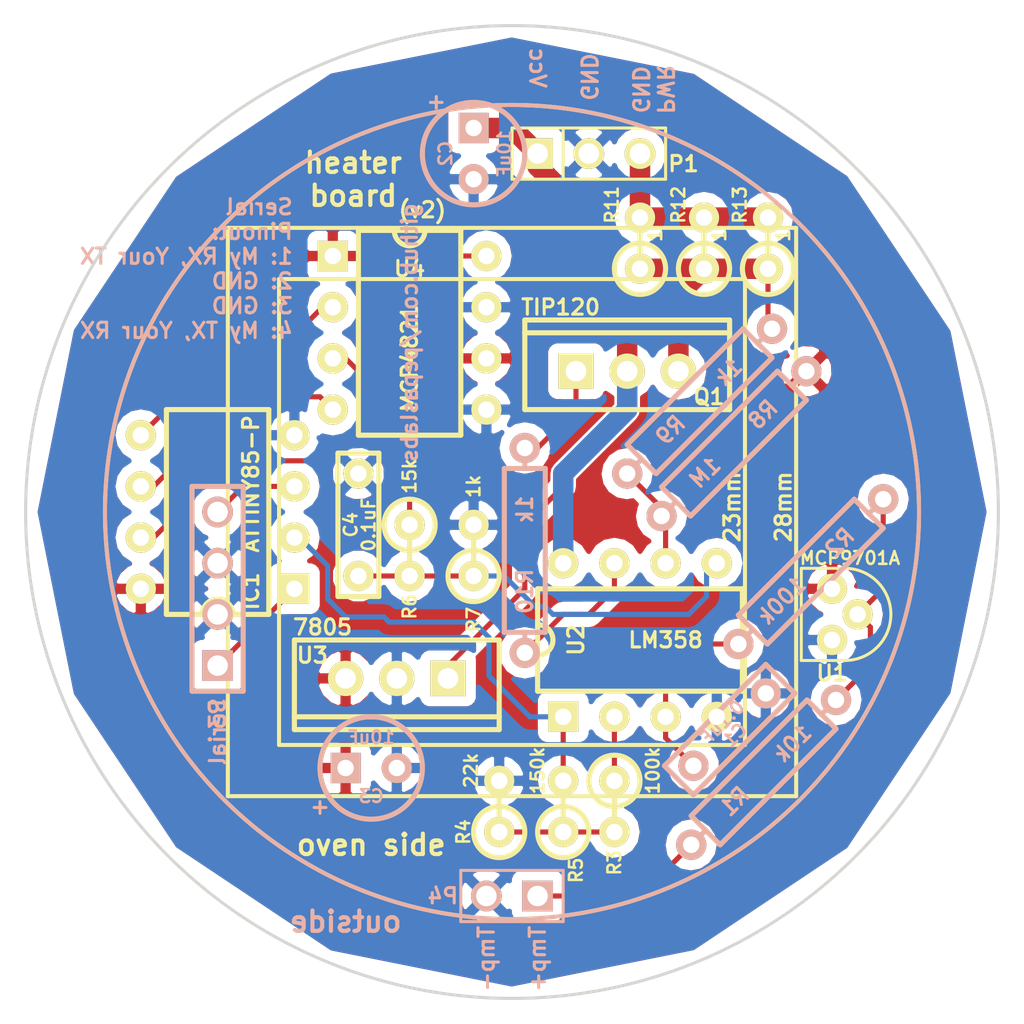
<source format=kicad_pcb>
(kicad_pcb (version 3) (host pcbnew "(2013-07-07 BZR 4022)-stable")

  (general
    (links 55)
    (no_connects 0)
    (area 190.5 113.03 241.300001 163.830001)
    (thickness 1.6)
    (drawings 25)
    (tracks 112)
    (zones 0)
    (modules 26)
    (nets 22)
  )

  (page A3)
  (layers
    (15 F.Cu signal)
    (0 B.Cu signal)
    (16 B.Adhes user)
    (17 F.Adhes user)
    (18 B.Paste user)
    (19 F.Paste user)
    (20 B.SilkS user)
    (21 F.SilkS user)
    (22 B.Mask user)
    (23 F.Mask user)
    (24 Dwgs.User user)
    (25 Cmts.User user)
    (26 Eco1.User user)
    (27 Eco2.User user)
    (28 Edge.Cuts user)
  )

  (setup
    (last_trace_width 0.254)
    (user_trace_width 0.254)
    (user_trace_width 0.508)
    (user_trace_width 1.016)
    (trace_clearance 0.254)
    (zone_clearance 0.508)
    (zone_45_only no)
    (trace_min 0.254)
    (segment_width 0.2)
    (edge_width 0.15)
    (via_size 0.889)
    (via_drill 0.635)
    (via_min_size 0.889)
    (via_min_drill 0.508)
    (uvia_size 0.508)
    (uvia_drill 0.127)
    (uvias_allowed no)
    (uvia_min_size 0.508)
    (uvia_min_drill 0.127)
    (pcb_text_width 0.3)
    (pcb_text_size 1.5 1.5)
    (mod_edge_width 0.15)
    (mod_text_size 1.5 1.5)
    (mod_text_width 0.15)
    (pad_size 1.4986 1.4986)
    (pad_drill 0.8128)
    (pad_to_mask_clearance 0.2)
    (aux_axis_origin 215.9 138.43)
    (visible_elements 7FFFFFFF)
    (pcbplotparams
      (layerselection 284196865)
      (usegerberextensions true)
      (excludeedgelayer true)
      (linewidth 0.100000)
      (plotframeref false)
      (viasonmask false)
      (mode 1)
      (useauxorigin false)
      (hpglpennumber 1)
      (hpglpenspeed 20)
      (hpglpendiameter 15)
      (hpglpenoverlay 2)
      (psnegative false)
      (psa4output false)
      (plotreference true)
      (plotvalue true)
      (plotothertext true)
      (plotinvisibletext false)
      (padsonsilk false)
      (subtractmaskfromsilk false)
      (outputformat 1)
      (mirror false)
      (drillshape 0)
      (scaleselection 1)
      (outputdirectory gerbers_heater/))
  )

  (net 0 "")
  (net 1 5v)
  (net 2 GND)
  (net 3 GNDPWR)
  (net 4 N-000001)
  (net 5 N-0000010)
  (net 6 N-0000011)
  (net 7 N-0000012)
  (net 8 N-0000013)
  (net 9 N-0000015)
  (net 10 N-0000016)
  (net 11 N-0000017)
  (net 12 N-0000018)
  (net 13 N-0000019)
  (net 14 N-0000020)
  (net 15 N-0000021)
  (net 16 N-000003)
  (net 17 N-000004)
  (net 18 N-000005)
  (net 19 N-000006)
  (net 20 N-000009)
  (net 21 Vcc)

  (net_class Default "This is the default net class."
    (clearance 0.254)
    (trace_width 0.254)
    (via_dia 0.889)
    (via_drill 0.635)
    (uvia_dia 0.508)
    (uvia_drill 0.127)
    (add_net "")
    (add_net 5v)
    (add_net GND)
    (add_net GNDPWR)
    (add_net N-000001)
    (add_net N-0000010)
    (add_net N-0000011)
    (add_net N-0000012)
    (add_net N-0000013)
    (add_net N-0000015)
    (add_net N-0000016)
    (add_net N-0000017)
    (add_net N-0000018)
    (add_net N-0000019)
    (add_net N-0000020)
    (add_net N-0000021)
    (add_net N-000003)
    (add_net N-000004)
    (add_net N-000005)
    (add_net N-000006)
    (add_net N-000009)
    (add_net Vcc)
  )

  (module PIN_ARRAY_4x1 (layer B.Cu) (tedit 53A0D883) (tstamp 539B79E8)
    (at 201.295 142.24 90)
    (descr "Double rangee de contacts 2 x 5 pins")
    (tags CONN)
    (path /5390FFE4)
    (fp_text reference P3 (at -6.223 0 90) (layer B.SilkS)
      (effects (font (size 0.762 0.762) (thickness 0.1524)) (justify mirror))
    )
    (fp_text value CONN_4 (at 0 -2.54 90) (layer B.SilkS) hide
      (effects (font (size 1.016 1.016) (thickness 0.2032)) (justify mirror))
    )
    (fp_line (start 5.08 -1.27) (end -5.08 -1.27) (layer B.SilkS) (width 0.254))
    (fp_line (start 5.08 1.27) (end -5.08 1.27) (layer B.SilkS) (width 0.254))
    (fp_line (start -5.08 1.27) (end -5.08 -1.27) (layer B.SilkS) (width 0.254))
    (fp_line (start 5.08 -1.27) (end 5.08 1.27) (layer B.SilkS) (width 0.254))
    (pad 1 thru_hole rect (at -3.81 0 90) (size 1.524 1.524) (drill 1.016)
      (layers *.Cu *.Mask B.SilkS)
      (net 10 N-0000016)
    )
    (pad 2 thru_hole circle (at -1.27 0 90) (size 1.524 1.524) (drill 1.016)
      (layers *.Cu *.Mask B.SilkS)
      (net 2 GND)
    )
    (pad 3 thru_hole circle (at 1.27 0 90) (size 1.524 1.524) (drill 1.016)
      (layers *.Cu *.Mask B.SilkS)
      (net 2 GND)
    )
    (pad 4 thru_hole circle (at 3.81 0 90) (size 1.524 1.524) (drill 1.016)
      (layers *.Cu *.Mask B.SilkS)
      (net 9 N-0000015)
    )
    (model pin_array\pins_array_4x1.wrl
      (at (xyz 0 0 0))
      (scale (xyz 1 1 1))
      (rotate (xyz 0 0 0))
    )
  )

  (module PIN_ARRAY_3X1 (layer F.Cu) (tedit 53A0D9CC) (tstamp 539B79F4)
    (at 219.71 120.65)
    (descr "Connecteur 3 pins")
    (tags "CONN DEV")
    (path /539126EB)
    (fp_text reference P1 (at 4.699 0.508) (layer F.SilkS)
      (effects (font (size 0.762 0.762) (thickness 0.1524)))
    )
    (fp_text value CONN_3 (at 0 -2.159) (layer F.SilkS) hide
      (effects (font (size 1.016 1.016) (thickness 0.1524)))
    )
    (fp_line (start -3.81 1.27) (end -3.81 -1.27) (layer F.SilkS) (width 0.1524))
    (fp_line (start -3.81 -1.27) (end 3.81 -1.27) (layer F.SilkS) (width 0.1524))
    (fp_line (start 3.81 -1.27) (end 3.81 1.27) (layer F.SilkS) (width 0.1524))
    (fp_line (start 3.81 1.27) (end -3.81 1.27) (layer F.SilkS) (width 0.1524))
    (fp_line (start -1.27 -1.27) (end -1.27 1.27) (layer F.SilkS) (width 0.1524))
    (pad 1 thru_hole rect (at -2.54 0) (size 1.524 1.524) (drill 1.016)
      (layers *.Cu *.Mask F.SilkS)
      (net 21 Vcc)
    )
    (pad 2 thru_hole circle (at 0 0) (size 1.524 1.524) (drill 1.016)
      (layers *.Cu *.Mask F.SilkS)
      (net 2 GND)
    )
    (pad 3 thru_hole circle (at 2.54 0) (size 1.524 1.524) (drill 1.016)
      (layers *.Cu *.Mask F.SilkS)
      (net 3 GNDPWR)
    )
    (model pin_array/pins_array_3x1.wrl
      (at (xyz 0 0 0))
      (scale (xyz 1 1 1))
      (rotate (xyz 0 0 0))
    )
  )

  (module PIN_ARRAY_2X1 (layer B.Cu) (tedit 53A0D6AB) (tstamp 539B79FE)
    (at 215.9 157.48 180)
    (descr "Connecteurs 2 pins")
    (tags "CONN DEV")
    (path /539131C2)
    (fp_text reference P4 (at 3.429 0 180) (layer B.SilkS)
      (effects (font (size 0.762 0.762) (thickness 0.1524)) (justify mirror))
    )
    (fp_text value CONN_2 (at 0 1.905 180) (layer B.SilkS) hide
      (effects (font (size 0.762 0.762) (thickness 0.1524)) (justify mirror))
    )
    (fp_line (start -2.54 -1.27) (end -2.54 1.27) (layer B.SilkS) (width 0.1524))
    (fp_line (start -2.54 1.27) (end 2.54 1.27) (layer B.SilkS) (width 0.1524))
    (fp_line (start 2.54 1.27) (end 2.54 -1.27) (layer B.SilkS) (width 0.1524))
    (fp_line (start 2.54 -1.27) (end -2.54 -1.27) (layer B.SilkS) (width 0.1524))
    (pad 1 thru_hole rect (at -1.27 0 180) (size 1.524 1.524) (drill 1.016)
      (layers *.Cu *.Mask B.SilkS)
      (net 5 N-0000010)
    )
    (pad 2 thru_hole circle (at 1.27 0 180) (size 1.524 1.524) (drill 1.016)
      (layers *.Cu *.Mask B.SilkS)
      (net 2 GND)
    )
    (model pin_array/pins_array_2x1.wrl
      (at (xyz 0 0 0))
      (scale (xyz 1 1 1))
      (rotate (xyz 0 0 0))
    )
  )

  (module DIP8_059A (layer F.Cu) (tedit 53A23991) (tstamp 53A23A62)
    (at 207.01 125.73 270)
    (descr "8-lead DIP package")
    (tags DIP)
    (path /539A6F2A)
    (fp_text reference U4 (at 0.635 -3.81 360) (layer F.SilkS)
      (effects (font (size 0.762 0.762) (thickness 0.1524)))
    )
    (fp_text value MCP4821 (at 5.08 -3.81 270) (layer F.SilkS)
      (effects (font (size 0.762 0.762) (thickness 0.1524)))
    )
    (fp_arc (start -1.27 -3.81) (end -1.27 -4.572) (angle 90) (layer F.SilkS) (width 0.254))
    (fp_arc (start -1.27 -3.81) (end -0.508 -3.81) (angle 90) (layer F.SilkS) (width 0.254))
    (fp_line (start -1.27 -6.35) (end 8.89 -6.35) (layer F.SilkS) (width 0.254))
    (fp_line (start 8.89 -6.35) (end 8.89 -1.27) (layer F.SilkS) (width 0.254))
    (fp_line (start 8.89 -1.27) (end -1.27 -1.27) (layer F.SilkS) (width 0.254))
    (fp_line (start -1.27 -1.27) (end -1.27 -6.35) (layer F.SilkS) (width 0.254))
    (pad 1 thru_hole rect (at 0 0 270) (size 1.4986 1.4986) (drill 0.8128)
      (layers *.Cu *.Mask F.SilkS)
      (net 1 5v)
    )
    (pad 2 thru_hole oval (at 2.54 0 270) (size 1.4986 1.4986) (drill 0.8128)
      (layers *.Cu *.Mask F.SilkS)
      (net 7 N-0000012)
    )
    (pad 3 thru_hole oval (at 5.08 0 270) (size 1.4986 1.4986) (drill 0.8128)
      (layers *.Cu *.Mask F.SilkS)
      (net 19 N-000006)
    )
    (pad 4 thru_hole oval (at 7.62 0 270) (size 1.4986 1.4986) (drill 0.8128)
      (layers *.Cu *.Mask F.SilkS)
      (net 8 N-0000013)
    )
    (pad 5 thru_hole oval (at 7.62 -7.62 270) (size 1.4986 1.4986) (drill 0.8128)
      (layers *.Cu *.Mask F.SilkS)
      (net 2 GND)
    )
    (pad 6 thru_hole oval (at 5.08 -7.62 270) (size 1.4986 1.4986) (drill 0.8128)
      (layers *.Cu *.Mask F.SilkS)
      (net 1 5v)
    )
    (pad 8 thru_hole oval (at 0 -7.62 270) (size 1.4986 1.4986) (drill 0.8128)
      (layers *.Cu *.Mask F.SilkS)
      (net 14 N-0000020)
    )
    (pad 7 thru_hole oval (at 2.54 -7.62 270) (size 1.4986 1.4986) (drill 0.8128)
      (layers *.Cu *.Mask F.SilkS)
      (net 2 GND)
    )
    (model dil/dil_8.wrl
      (at (xyz 0 0 0))
      (scale (xyz 1 1 1))
      (rotate (xyz 0 0 0))
    )
  )

  (module DIP8_059A (layer F.Cu) (tedit 53A2573F) (tstamp 53A23AF4)
    (at 205.105 142.24 90)
    (descr "8-lead DIP package")
    (tags DIP)
    (path /53A23743)
    (fp_text reference IC1 (at -0.127 -2.159 90) (layer F.SilkS)
      (effects (font (size 0.762 0.762) (thickness 0.1524)))
    )
    (fp_text value ATTINY85-P (at 5.207 -2.159 90) (layer F.SilkS)
      (effects (font (size 0.762 0.762) (thickness 0.1524)))
    )
    (fp_arc (start -1.27 -3.81) (end -1.27 -4.572) (angle 90) (layer F.SilkS) (width 0.254))
    (fp_arc (start -1.27 -3.81) (end -0.508 -3.81) (angle 90) (layer F.SilkS) (width 0.254))
    (fp_line (start -1.27 -6.35) (end 8.89 -6.35) (layer F.SilkS) (width 0.254))
    (fp_line (start 8.89 -6.35) (end 8.89 -1.27) (layer F.SilkS) (width 0.254))
    (fp_line (start 8.89 -1.27) (end -1.27 -1.27) (layer F.SilkS) (width 0.254))
    (fp_line (start -1.27 -1.27) (end -1.27 -6.35) (layer F.SilkS) (width 0.254))
    (pad 1 thru_hole rect (at 0 0 90) (size 1.4986 1.4986) (drill 0.8128)
      (layers *.Cu *.Mask F.SilkS)
      (net 10 N-0000016)
    )
    (pad 2 thru_hole oval (at 2.54 0 90) (size 1.4986 1.4986) (drill 0.8128)
      (layers *.Cu *.Mask F.SilkS)
      (net 18 N-000005)
    )
    (pad 3 thru_hole oval (at 5.08 0 90) (size 1.4986 1.4986) (drill 0.8128)
      (layers *.Cu *.Mask F.SilkS)
      (net 9 N-0000015)
    )
    (pad 4 thru_hole oval (at 7.62 0 90) (size 1.4986 1.4986) (drill 0.8128)
      (layers *.Cu *.Mask F.SilkS)
      (net 2 GND)
    )
    (pad 5 thru_hole oval (at 7.62 -7.62 90) (size 1.4986 1.4986) (drill 0.8128)
      (layers *.Cu *.Mask F.SilkS)
      (net 7 N-0000012)
    )
    (pad 6 thru_hole oval (at 5.08 -7.62 90) (size 1.4986 1.4986) (drill 0.8128)
      (layers *.Cu *.Mask F.SilkS)
      (net 8 N-0000013)
    )
    (pad 8 thru_hole oval (at 0 -7.62 90) (size 1.4986 1.4986) (drill 0.8128)
      (layers *.Cu *.Mask F.SilkS)
      (net 1 5v)
    )
    (pad 7 thru_hole oval (at 2.54 -7.62 90) (size 1.4986 1.4986) (drill 0.8128)
      (layers *.Cu *.Mask F.SilkS)
      (net 19 N-000006)
    )
    (model dil/dil_8.wrl
      (at (xyz 0 0 0))
      (scale (xyz 1 1 1))
      (rotate (xyz 0 0 0))
    )
  )

  (module DIP8_059A (layer F.Cu) (tedit 53A23991) (tstamp 53A23B4C)
    (at 218.44 148.59)
    (descr "8-lead DIP package")
    (tags DIP)
    (path /539FDA10)
    (fp_text reference U2 (at 0.635 -3.81 90) (layer F.SilkS)
      (effects (font (size 0.762 0.762) (thickness 0.1524)))
    )
    (fp_text value LM358 (at 5.08 -3.81) (layer F.SilkS)
      (effects (font (size 0.762 0.762) (thickness 0.1524)))
    )
    (fp_arc (start -1.27 -3.81) (end -1.27 -4.572) (angle 90) (layer F.SilkS) (width 0.254))
    (fp_arc (start -1.27 -3.81) (end -0.508 -3.81) (angle 90) (layer F.SilkS) (width 0.254))
    (fp_line (start -1.27 -6.35) (end 8.89 -6.35) (layer F.SilkS) (width 0.254))
    (fp_line (start 8.89 -6.35) (end 8.89 -1.27) (layer F.SilkS) (width 0.254))
    (fp_line (start 8.89 -1.27) (end -1.27 -1.27) (layer F.SilkS) (width 0.254))
    (fp_line (start -1.27 -1.27) (end -1.27 -6.35) (layer F.SilkS) (width 0.254))
    (pad 1 thru_hole rect (at 0 0) (size 1.4986 1.4986) (drill 0.8128)
      (layers *.Cu *.Mask F.SilkS)
      (net 18 N-000005)
    )
    (pad 2 thru_hole oval (at 2.54 0) (size 1.4986 1.4986) (drill 0.8128)
      (layers *.Cu *.Mask F.SilkS)
      (net 16 N-000003)
    )
    (pad 3 thru_hole oval (at 5.08 0) (size 1.4986 1.4986) (drill 0.8128)
      (layers *.Cu *.Mask F.SilkS)
      (net 4 N-000001)
    )
    (pad 4 thru_hole oval (at 7.62 0) (size 1.4986 1.4986) (drill 0.8128)
      (layers *.Cu *.Mask F.SilkS)
      (net 2 GND)
    )
    (pad 5 thru_hole oval (at 7.62 -7.62) (size 1.4986 1.4986) (drill 0.8128)
      (layers *.Cu *.Mask F.SilkS)
      (net 6 N-0000011)
    )
    (pad 6 thru_hole oval (at 5.08 -7.62) (size 1.4986 1.4986) (drill 0.8128)
      (layers *.Cu *.Mask F.SilkS)
      (net 13 N-0000019)
    )
    (pad 8 thru_hole oval (at 0 -7.62) (size 1.4986 1.4986) (drill 0.8128)
      (layers *.Cu *.Mask F.SilkS)
      (net 21 Vcc)
    )
    (pad 7 thru_hole oval (at 2.54 -7.62) (size 1.4986 1.4986) (drill 0.8128)
      (layers *.Cu *.Mask F.SilkS)
      (net 11 N-0000017)
    )
    (model dil/dil_8.wrl
      (at (xyz 0 0 0))
      (scale (xyz 1 1 1))
      (rotate (xyz 0 0 0))
    )
  )

  (module TO-220_V_069A (layer F.Cu) (tedit 53A23EB9) (tstamp 53A23E66)
    (at 212.725 146.685 180)
    (descr "TO-220, vertical, 0.04\" holes, 0.069\" pads")
    (tags "TR TO220")
    (path /539A8BCE)
    (fp_text reference U3 (at 6.731 1.143 180) (layer F.SilkS)
      (effects (font (size 0.762 0.762) (thickness 0.1524)))
    )
    (fp_text value 7805 (at 6.223 2.54 180) (layer F.SilkS)
      (effects (font (size 0.762 0.762) (thickness 0.1524)))
    )
    (fp_line (start -2.54 -1.905) (end -2.54 -2.54) (layer F.SilkS) (width 0.254))
    (fp_line (start -2.54 -2.54) (end 7.62 -2.54) (layer F.SilkS) (width 0.254))
    (fp_line (start 7.62 -2.54) (end 7.62 -1.905) (layer F.SilkS) (width 0.254))
    (fp_line (start -2.54 1.905) (end -2.54 -1.905) (layer F.SilkS) (width 0.254))
    (fp_line (start -2.54 -1.905) (end 7.62 -1.905) (layer F.SilkS) (width 0.254))
    (fp_line (start 7.62 -1.905) (end 7.62 1.905) (layer F.SilkS) (width 0.254))
    (fp_line (start 7.62 1.905) (end -2.54 1.905) (layer F.SilkS) (width 0.254))
    (pad 1 thru_hole rect (at 0 0 270) (size 1.7526 1.7526) (drill 1.016)
      (layers *.Cu *.Mask F.SilkS)
      (net 21 Vcc)
    )
    (pad 2 thru_hole oval (at 2.54 0 270) (size 1.7526 1.7526) (drill 1.016)
      (layers *.Cu *.Mask F.SilkS)
      (net 2 GND)
    )
    (pad 3 thru_hole oval (at 5.08 0 270) (size 1.7526 1.7526) (drill 1.016)
      (layers *.Cu *.Mask F.SilkS)
      (net 1 5v)
    )
  )

  (module TO-220_V_069A (layer F.Cu) (tedit 53A23EA4) (tstamp 53A23E83)
    (at 219.075 131.445)
    (descr "TO-220, vertical, 0.04\" holes, 0.069\" pads")
    (tags "TR TO220")
    (path /53A23ED8)
    (fp_text reference Q1 (at 6.604 1.27) (layer F.SilkS)
      (effects (font (size 0.762 0.762) (thickness 0.1524)))
    )
    (fp_text value TIP120 (at -0.762 -3.175) (layer F.SilkS)
      (effects (font (size 0.762 0.762) (thickness 0.1524)))
    )
    (fp_line (start -2.54 -1.905) (end -2.54 -2.54) (layer F.SilkS) (width 0.254))
    (fp_line (start -2.54 -2.54) (end 7.62 -2.54) (layer F.SilkS) (width 0.254))
    (fp_line (start 7.62 -2.54) (end 7.62 -1.905) (layer F.SilkS) (width 0.254))
    (fp_line (start -2.54 1.905) (end -2.54 -1.905) (layer F.SilkS) (width 0.254))
    (fp_line (start -2.54 -1.905) (end 7.62 -1.905) (layer F.SilkS) (width 0.254))
    (fp_line (start 7.62 -1.905) (end 7.62 1.905) (layer F.SilkS) (width 0.254))
    (fp_line (start 7.62 1.905) (end -2.54 1.905) (layer F.SilkS) (width 0.254))
    (pad 1 thru_hole rect (at 0 0 90) (size 1.7526 1.7526) (drill 1.016)
      (layers *.Cu *.Mask F.SilkS)
      (net 12 N-0000018)
    )
    (pad 2 thru_hole oval (at 2.54 0 90) (size 1.7526 1.7526) (drill 1.016)
      (layers *.Cu *.Mask F.SilkS)
      (net 21 Vcc)
    )
    (pad 3 thru_hole oval (at 5.08 0 90) (size 1.7526 1.7526) (drill 1.016)
      (layers *.Cu *.Mask F.SilkS)
      (net 15 N-0000021)
    )
  )

  (module ELCAP_10_20_V_059A (layer B.Cu) (tedit 53A23F6E) (tstamp 53A24055)
    (at 213.995 119.38 270)
    (descr "Electrolytic Capacitor, vertical, 0.1\" pins, 0.2\" body")
    (tags CP)
    (path /539A8C29)
    (fp_text reference C2 (at 1.27 1.397 270) (layer B.SilkS)
      (effects (font (size 0.635 0.635) (thickness 0.127)) (justify mirror))
    )
    (fp_text value 10uF (at 1.27 -1.524 270) (layer B.SilkS)
      (effects (font (size 0.635 0.635) (thickness 0.127)) (justify mirror))
    )
    (fp_text user + (at -1.27 1.905 270) (layer B.SilkS)
      (effects (font (size 0.762 0.762) (thickness 0.1524)) (justify mirror))
    )
    (fp_circle (center 1.27 0) (end 3.81 0) (layer B.SilkS) (width 0.254))
    (pad 1 thru_hole rect (at 0 0 270) (size 1.4986 1.4986) (drill 0.8128)
      (layers *.Cu *.Mask B.SilkS)
      (net 21 Vcc)
    )
    (pad 2 thru_hole oval (at 2.54 0 270) (size 1.4986 1.4986) (drill 0.8128)
      (layers *.Cu *.Mask B.SilkS)
      (net 2 GND)
    )
    (model discret/c_vert_c2v10.wrl
      (at (xyz 0 0 0))
      (scale (xyz 1 1 1))
      (rotate (xyz 0 0 0))
    )
  )

  (module ELCAP_10_20_V_059A (layer B.Cu) (tedit 53A23F6E) (tstamp 53A2405D)
    (at 207.645 151.13)
    (descr "Electrolytic Capacitor, vertical, 0.1\" pins, 0.2\" body")
    (tags CP)
    (path /539A8C38)
    (fp_text reference C3 (at 1.27 1.397) (layer B.SilkS)
      (effects (font (size 0.635 0.635) (thickness 0.127)) (justify mirror))
    )
    (fp_text value 10uF (at 1.27 -1.524) (layer B.SilkS)
      (effects (font (size 0.635 0.635) (thickness 0.127)) (justify mirror))
    )
    (fp_text user + (at -1.27 1.905) (layer B.SilkS)
      (effects (font (size 0.762 0.762) (thickness 0.1524)) (justify mirror))
    )
    (fp_circle (center 1.27 0) (end 3.81 0) (layer B.SilkS) (width 0.254))
    (pad 1 thru_hole rect (at 0 0) (size 1.4986 1.4986) (drill 0.8128)
      (layers *.Cu *.Mask B.SilkS)
      (net 1 5v)
    )
    (pad 2 thru_hole oval (at 2.54 0) (size 1.4986 1.4986) (drill 0.8128)
      (layers *.Cu *.Mask B.SilkS)
      (net 2 GND)
    )
    (model discret/c_vert_c2v10.wrl
      (at (xyz 0 0 0))
      (scale (xyz 1 1 1))
      (rotate (xyz 0 0 0))
    )
  )

  (module R_AXIAL_0W25_V_059A (layer F.Cu) (tedit 53A2439C) (tstamp 53A243AE)
    (at 222.25 126.365 90)
    (descr "1/4W resistor, vertical")
    (tags R)
    (path /539A881C)
    (autoplace_cost90 10)
    (autoplace_cost180 10)
    (fp_text reference R11 (at 3.175 -1.397 90) (layer F.SilkS)
      (effects (font (size 0.635 0.635) (thickness 0.127)))
    )
    (fp_text value 1 (at 1.651 0.762 90) (layer F.SilkS)
      (effects (font (size 0.635 0.635) (thickness 0.127)))
    )
    (fp_circle (center 0 0) (end 1.27 0) (layer F.SilkS) (width 0.254))
    (fp_line (start 0 0) (end 2.54 0) (layer F.SilkS) (width 0.254))
    (pad 1 thru_hole oval (at 0 0 90) (size 1.4986 1.4986) (drill 0.8128)
      (layers *.Cu *.Mask F.SilkS)
      (net 15 N-0000021)
    )
    (pad 2 thru_hole oval (at 2.54 0 90) (size 1.4986 1.4986) (drill 0.8128)
      (layers *.Cu *.Mask F.SilkS)
      (net 3 GNDPWR)
    )
    (model discret/verti_resistor.wrl
      (at (xyz 0 0 0))
      (scale (xyz 1 1 1))
      (rotate (xyz 0 0 0))
    )
  )

  (module R_AXIAL_0W25_V_059A (layer F.Cu) (tedit 53A243A6) (tstamp 53A243B6)
    (at 225.425 126.365 90)
    (descr "1/4W resistor, vertical")
    (tags R)
    (path /539A882B)
    (autoplace_cost90 10)
    (autoplace_cost180 10)
    (fp_text reference R12 (at 3.175 -1.27 90) (layer F.SilkS)
      (effects (font (size 0.635 0.635) (thickness 0.127)))
    )
    (fp_text value 1 (at 1.651 0.762 90) (layer F.SilkS)
      (effects (font (size 0.635 0.635) (thickness 0.127)))
    )
    (fp_circle (center 0 0) (end 1.27 0) (layer F.SilkS) (width 0.254))
    (fp_line (start 0 0) (end 2.54 0) (layer F.SilkS) (width 0.254))
    (pad 1 thru_hole oval (at 0 0 90) (size 1.4986 1.4986) (drill 0.8128)
      (layers *.Cu *.Mask F.SilkS)
      (net 15 N-0000021)
    )
    (pad 2 thru_hole oval (at 2.54 0 90) (size 1.4986 1.4986) (drill 0.8128)
      (layers *.Cu *.Mask F.SilkS)
      (net 3 GNDPWR)
    )
    (model discret/verti_resistor.wrl
      (at (xyz 0 0 0))
      (scale (xyz 1 1 1))
      (rotate (xyz 0 0 0))
    )
  )

  (module R_AXIAL_0W25_V_059A (layer F.Cu) (tedit 53A243A9) (tstamp 53A243BE)
    (at 228.6 126.365 90)
    (descr "1/4W resistor, vertical")
    (tags R)
    (path /539A883A)
    (autoplace_cost90 10)
    (autoplace_cost180 10)
    (fp_text reference R13 (at 3.175 -1.397 90) (layer F.SilkS)
      (effects (font (size 0.635 0.635) (thickness 0.127)))
    )
    (fp_text value 1 (at 1.651 0.762 90) (layer F.SilkS)
      (effects (font (size 0.635 0.635) (thickness 0.127)))
    )
    (fp_circle (center 0 0) (end 1.27 0) (layer F.SilkS) (width 0.254))
    (fp_line (start 0 0) (end 2.54 0) (layer F.SilkS) (width 0.254))
    (pad 1 thru_hole oval (at 0 0 90) (size 1.4986 1.4986) (drill 0.8128)
      (layers *.Cu *.Mask F.SilkS)
      (net 15 N-0000021)
    )
    (pad 2 thru_hole oval (at 2.54 0 90) (size 1.4986 1.4986) (drill 0.8128)
      (layers *.Cu *.Mask F.SilkS)
      (net 3 GNDPWR)
    )
    (model discret/verti_resistor.wrl
      (at (xyz 0 0 0))
      (scale (xyz 1 1 1))
      (rotate (xyz 0 0 0))
    )
  )

  (module R_AXIAL_0W25_V_059A (layer F.Cu) (tedit 53A24512) (tstamp 53A24469)
    (at 215.265 154.305 90)
    (descr "1/4W resistor, vertical")
    (tags R)
    (path /539A963C)
    (autoplace_cost90 10)
    (autoplace_cost180 10)
    (fp_text reference R4 (at 0 -1.778 90) (layer F.SilkS)
      (effects (font (size 0.635 0.635) (thickness 0.127)))
    )
    (fp_text value 22k (at 3.048 -1.397 90) (layer F.SilkS)
      (effects (font (size 0.635 0.635) (thickness 0.127)))
    )
    (fp_circle (center 0 0) (end 1.27 0) (layer F.SilkS) (width 0.254))
    (fp_line (start 0 0) (end 2.54 0) (layer F.SilkS) (width 0.254))
    (pad 1 thru_hole oval (at 0 0 90) (size 1.4986 1.4986) (drill 0.8128)
      (layers *.Cu *.Mask F.SilkS)
      (net 17 N-000004)
    )
    (pad 2 thru_hole oval (at 2.54 0 90) (size 1.4986 1.4986) (drill 0.8128)
      (layers *.Cu *.Mask F.SilkS)
      (net 2 GND)
    )
    (model discret/verti_resistor.wrl
      (at (xyz 0 0 0))
      (scale (xyz 1 1 1))
      (rotate (xyz 0 0 0))
    )
  )

  (module R_AXIAL_0W25_V_059A (layer F.Cu) (tedit 53A2450A) (tstamp 53A2447A)
    (at 218.44 154.305 90)
    (descr "1/4W resistor, vertical")
    (tags R)
    (path /539A964B)
    (autoplace_cost90 10)
    (autoplace_cost180 10)
    (fp_text reference R5 (at -1.905 0.635 90) (layer F.SilkS)
      (effects (font (size 0.635 0.635) (thickness 0.127)))
    )
    (fp_text value 150k (at 3.048 -1.27 90) (layer F.SilkS)
      (effects (font (size 0.635 0.635) (thickness 0.127)))
    )
    (fp_circle (center 0 0) (end 1.27 0) (layer F.SilkS) (width 0.254))
    (fp_line (start 0 0) (end 2.54 0) (layer F.SilkS) (width 0.254))
    (pad 1 thru_hole oval (at 0 0 90) (size 1.4986 1.4986) (drill 0.8128)
      (layers *.Cu *.Mask F.SilkS)
      (net 17 N-000004)
    )
    (pad 2 thru_hole oval (at 2.54 0 90) (size 1.4986 1.4986) (drill 0.8128)
      (layers *.Cu *.Mask F.SilkS)
      (net 18 N-000005)
    )
    (model discret/verti_resistor.wrl
      (at (xyz 0 0 0))
      (scale (xyz 1 1 1))
      (rotate (xyz 0 0 0))
    )
  )

  (module R_AXIAL_0W25_V_059A (layer F.Cu) (tedit 53A244FD) (tstamp 53A2448B)
    (at 220.98 151.765 270)
    (descr "1/4W resistor, vertical")
    (tags R)
    (path /539A962D)
    (autoplace_cost90 10)
    (autoplace_cost180 10)
    (fp_text reference R3 (at 4.064 0 270) (layer F.SilkS)
      (effects (font (size 0.635 0.635) (thickness 0.127)))
    )
    (fp_text value 100k (at -0.508 -1.905 270) (layer F.SilkS)
      (effects (font (size 0.635 0.635) (thickness 0.127)))
    )
    (fp_circle (center 0 0) (end 1.27 0) (layer F.SilkS) (width 0.254))
    (fp_line (start 0 0) (end 2.54 0) (layer F.SilkS) (width 0.254))
    (pad 1 thru_hole oval (at 0 0 270) (size 1.4986 1.4986) (drill 0.8128)
      (layers *.Cu *.Mask F.SilkS)
      (net 16 N-000003)
    )
    (pad 2 thru_hole oval (at 2.54 0 270) (size 1.4986 1.4986) (drill 0.8128)
      (layers *.Cu *.Mask F.SilkS)
      (net 17 N-000004)
    )
    (model discret/verti_resistor.wrl
      (at (xyz 0 0 0))
      (scale (xyz 1 1 1))
      (rotate (xyz 0 0 0))
    )
  )

  (module R_AXIAL_0W25_059A (layer B.Cu) (tedit 53A245D9) (tstamp 53A24762)
    (at 216.535 145.415 90)
    (descr "Resistor Axial 1/4W 0.4\"")
    (tags R)
    (path /539A8968)
    (autoplace_cost180 10)
    (fp_text reference R10 (at 3.048 0 90) (layer B.SilkS)
      (effects (font (size 0.762 0.762) (thickness 0.1524)) (justify mirror))
    )
    (fp_text value 1k (at 7.112 0 90) (layer B.SilkS)
      (effects (font (size 0.762 0.762) (thickness 0.1524)) (justify mirror))
    )
    (fp_line (start 0 0) (end 1.016 0) (layer B.SilkS) (width 0.254))
    (fp_line (start 1.016 0) (end 1.016 1.016) (layer B.SilkS) (width 0.254))
    (fp_line (start 1.016 1.016) (end 9.144 1.016) (layer B.SilkS) (width 0.254))
    (fp_line (start 9.144 1.016) (end 9.144 -1.016) (layer B.SilkS) (width 0.254))
    (fp_line (start 9.144 -1.016) (end 1.016 -1.016) (layer B.SilkS) (width 0.254))
    (fp_line (start 1.016 -1.016) (end 1.016 0) (layer B.SilkS) (width 0.254))
    (fp_line (start 10.16 0) (end 9.144 0) (layer B.SilkS) (width 0.254))
    (pad 1 thru_hole oval (at 0 0 90) (size 1.4986 1.4986) (drill 0.8128)
      (layers *.Cu *.Mask B.SilkS)
      (net 11 N-0000017)
    )
    (pad 2 thru_hole oval (at 10.16 0 90) (size 1.4986 1.4986) (drill 0.8128)
      (layers *.Cu *.Mask B.SilkS)
      (net 12 N-0000018)
    )
    (model discret/resistor.wrl
      (at (xyz 0 0 0))
      (scale (xyz 0.4 0.4 0.4))
      (rotate (xyz 0 0 0))
    )
  )

  (module R_AXIAL_0W25_059A (layer B.Cu) (tedit 53A245D9) (tstamp 53A247F7)
    (at 221.615 136.525 45)
    (descr "Resistor Axial 1/4W 0.4\"")
    (tags R)
    (path /539A89FC)
    (autoplace_cost180 10)
    (fp_text reference R9 (at 3.048 0 45) (layer B.SilkS)
      (effects (font (size 0.762 0.762) (thickness 0.1524)) (justify mirror))
    )
    (fp_text value 1k (at 7.112 0 45) (layer B.SilkS)
      (effects (font (size 0.762 0.762) (thickness 0.1524)) (justify mirror))
    )
    (fp_line (start 0 0) (end 1.016 0) (layer B.SilkS) (width 0.254))
    (fp_line (start 1.016 0) (end 1.016 1.016) (layer B.SilkS) (width 0.254))
    (fp_line (start 1.016 1.016) (end 9.144 1.016) (layer B.SilkS) (width 0.254))
    (fp_line (start 9.144 1.016) (end 9.144 -1.016) (layer B.SilkS) (width 0.254))
    (fp_line (start 9.144 -1.016) (end 1.016 -1.016) (layer B.SilkS) (width 0.254))
    (fp_line (start 1.016 -1.016) (end 1.016 0) (layer B.SilkS) (width 0.254))
    (fp_line (start 10.16 0) (end 9.144 0) (layer B.SilkS) (width 0.254))
    (pad 1 thru_hole oval (at 0 0 45) (size 1.4986 1.4986) (drill 0.8128)
      (layers *.Cu *.Mask B.SilkS)
      (net 13 N-0000019)
    )
    (pad 2 thru_hole oval (at 10.16 0 45) (size 1.4986 1.4986) (drill 0.8128)
      (layers *.Cu *.Mask B.SilkS)
      (net 15 N-0000021)
    )
    (model discret/resistor.wrl
      (at (xyz 0 0 0))
      (scale (xyz 0.4 0.4 0.4))
      (rotate (xyz 0 0 0))
    )
  )

  (module R_AXIAL_0W25_059A (layer B.Cu) (tedit 53A245D9) (tstamp 53A2483B)
    (at 230.505 131.445 225)
    (descr "Resistor Axial 1/4W 0.4\"")
    (tags R)
    (path /539A89ED)
    (autoplace_cost180 10)
    (fp_text reference R8 (at 3.048 0 225) (layer B.SilkS)
      (effects (font (size 0.762 0.762) (thickness 0.1524)) (justify mirror))
    )
    (fp_text value 1M (at 7.112 0 225) (layer B.SilkS)
      (effects (font (size 0.762 0.762) (thickness 0.1524)) (justify mirror))
    )
    (fp_line (start 0 0) (end 1.016 0) (layer B.SilkS) (width 0.254))
    (fp_line (start 1.016 0) (end 1.016 1.016) (layer B.SilkS) (width 0.254))
    (fp_line (start 1.016 1.016) (end 9.144 1.016) (layer B.SilkS) (width 0.254))
    (fp_line (start 9.144 1.016) (end 9.144 -1.016) (layer B.SilkS) (width 0.254))
    (fp_line (start 9.144 -1.016) (end 1.016 -1.016) (layer B.SilkS) (width 0.254))
    (fp_line (start 1.016 -1.016) (end 1.016 0) (layer B.SilkS) (width 0.254))
    (fp_line (start 10.16 0) (end 9.144 0) (layer B.SilkS) (width 0.254))
    (pad 1 thru_hole oval (at 0 0 225) (size 1.4986 1.4986) (drill 0.8128)
      (layers *.Cu *.Mask B.SilkS)
      (net 1 5v)
    )
    (pad 2 thru_hole oval (at 10.16 0 225) (size 1.4986 1.4986) (drill 0.8128)
      (layers *.Cu *.Mask B.SilkS)
      (net 13 N-0000019)
    )
    (model discret/resistor.wrl
      (at (xyz 0 0 0))
      (scale (xyz 0.4 0.4 0.4))
      (rotate (xyz 0 0 0))
    )
  )

  (module R_AXIAL_0W25_059A (layer B.Cu) (tedit 53A245D9) (tstamp 53A24879)
    (at 234.315 137.795 225)
    (descr "Resistor Axial 1/4W 0.4\"")
    (tags R)
    (path /539A94A7)
    (autoplace_cost180 10)
    (fp_text reference R2 (at 3.048 0 225) (layer B.SilkS)
      (effects (font (size 0.762 0.762) (thickness 0.1524)) (justify mirror))
    )
    (fp_text value 100k (at 7.112 0 225) (layer B.SilkS)
      (effects (font (size 0.762 0.762) (thickness 0.1524)) (justify mirror))
    )
    (fp_line (start 0 0) (end 1.016 0) (layer B.SilkS) (width 0.254))
    (fp_line (start 1.016 0) (end 1.016 1.016) (layer B.SilkS) (width 0.254))
    (fp_line (start 1.016 1.016) (end 9.144 1.016) (layer B.SilkS) (width 0.254))
    (fp_line (start 9.144 1.016) (end 9.144 -1.016) (layer B.SilkS) (width 0.254))
    (fp_line (start 9.144 -1.016) (end 1.016 -1.016) (layer B.SilkS) (width 0.254))
    (fp_line (start 1.016 -1.016) (end 1.016 0) (layer B.SilkS) (width 0.254))
    (fp_line (start 10.16 0) (end 9.144 0) (layer B.SilkS) (width 0.254))
    (pad 1 thru_hole oval (at 0 0 225) (size 1.4986 1.4986) (drill 0.8128)
      (layers *.Cu *.Mask B.SilkS)
      (net 20 N-000009)
    )
    (pad 2 thru_hole oval (at 10.16 0 225) (size 1.4986 1.4986) (drill 0.8128)
      (layers *.Cu *.Mask B.SilkS)
      (net 4 N-000001)
    )
    (model discret/resistor.wrl
      (at (xyz 0 0 0))
      (scale (xyz 0.4 0.4 0.4))
      (rotate (xyz 0 0 0))
    )
  )

  (module R_AXIAL_0W25_059A (layer B.Cu) (tedit 53A245D9) (tstamp 53A248CD)
    (at 224.79 154.94 45)
    (descr "Resistor Axial 1/4W 0.4\"")
    (tags R)
    (path /539AA189)
    (autoplace_cost180 10)
    (fp_text reference R1 (at 3.048 0 45) (layer B.SilkS)
      (effects (font (size 0.762 0.762) (thickness 0.1524)) (justify mirror))
    )
    (fp_text value 10k (at 7.112 0 45) (layer B.SilkS)
      (effects (font (size 0.762 0.762) (thickness 0.1524)) (justify mirror))
    )
    (fp_line (start 0 0) (end 1.016 0) (layer B.SilkS) (width 0.254))
    (fp_line (start 1.016 0) (end 1.016 1.016) (layer B.SilkS) (width 0.254))
    (fp_line (start 1.016 1.016) (end 9.144 1.016) (layer B.SilkS) (width 0.254))
    (fp_line (start 9.144 1.016) (end 9.144 -1.016) (layer B.SilkS) (width 0.254))
    (fp_line (start 9.144 -1.016) (end 1.016 -1.016) (layer B.SilkS) (width 0.254))
    (fp_line (start 1.016 -1.016) (end 1.016 0) (layer B.SilkS) (width 0.254))
    (fp_line (start 10.16 0) (end 9.144 0) (layer B.SilkS) (width 0.254))
    (pad 1 thru_hole oval (at 0 0 45) (size 1.4986 1.4986) (drill 0.8128)
      (layers *.Cu *.Mask B.SilkS)
      (net 5 N-0000010)
    )
    (pad 2 thru_hole oval (at 10.16 0 45) (size 1.4986 1.4986) (drill 0.8128)
      (layers *.Cu *.Mask B.SilkS)
      (net 20 N-000009)
    )
    (model discret/resistor.wrl
      (at (xyz 0 0 0))
      (scale (xyz 0.4 0.4 0.4))
      (rotate (xyz 0 0 0))
    )
  )

  (module R_AXIAL_0W25_V_059A (layer F.Cu) (tedit 53A2492B) (tstamp 53A2490B)
    (at 210.82 139.065 270)
    (descr "1/4W resistor, vertical")
    (tags R)
    (path /539A8AA8)
    (autoplace_cost90 10)
    (autoplace_cost180 10)
    (fp_text reference R6 (at 4.064 0 270) (layer F.SilkS)
      (effects (font (size 0.635 0.635) (thickness 0.127)))
    )
    (fp_text value 15k (at -2.413 0 270) (layer F.SilkS)
      (effects (font (size 0.635 0.635) (thickness 0.127)))
    )
    (fp_circle (center 0 0) (end 1.27 0) (layer F.SilkS) (width 0.254))
    (fp_line (start 0 0) (end 2.54 0) (layer F.SilkS) (width 0.254))
    (pad 1 thru_hole oval (at 0 0 270) (size 1.4986 1.4986) (drill 0.8128)
      (layers *.Cu *.Mask F.SilkS)
      (net 14 N-0000020)
    )
    (pad 2 thru_hole oval (at 2.54 0 270) (size 1.4986 1.4986) (drill 0.8128)
      (layers *.Cu *.Mask F.SilkS)
      (net 6 N-0000011)
    )
    (model discret/verti_resistor.wrl
      (at (xyz 0 0 0))
      (scale (xyz 1 1 1))
      (rotate (xyz 0 0 0))
    )
  )

  (module R_AXIAL_0W25_V_059A (layer F.Cu) (tedit 53A24978) (tstamp 53A24940)
    (at 213.995 141.605 90)
    (descr "1/4W resistor, vertical")
    (tags R)
    (path /539A8AB7)
    (autoplace_cost90 10)
    (autoplace_cost180 10)
    (fp_text reference R7 (at -2.159 0 90) (layer F.SilkS)
      (effects (font (size 0.635 0.635) (thickness 0.127)))
    )
    (fp_text value 1k (at 4.445 0 90) (layer F.SilkS)
      (effects (font (size 0.635 0.635) (thickness 0.127)))
    )
    (fp_circle (center 0 0) (end 1.27 0) (layer F.SilkS) (width 0.254))
    (fp_line (start 0 0) (end 2.54 0) (layer F.SilkS) (width 0.254))
    (pad 1 thru_hole oval (at 0 0 90) (size 1.4986 1.4986) (drill 0.8128)
      (layers *.Cu *.Mask F.SilkS)
      (net 6 N-0000011)
    )
    (pad 2 thru_hole oval (at 2.54 0 90) (size 1.4986 1.4986) (drill 0.8128)
      (layers *.Cu *.Mask F.SilkS)
      (net 2 GND)
    )
    (model discret/verti_resistor.wrl
      (at (xyz 0 0 0))
      (scale (xyz 1 1 1))
      (rotate (xyz 0 0 0))
    )
  )

  (module CERCAP_2_059A (layer F.Cu) (tedit 53A24A4F) (tstamp 53A24B72)
    (at 208.28 139.065 90)
    (descr "Capacitor, 0.2\" pin spacing")
    (tags C)
    (path /539A93D9)
    (fp_text reference C4 (at 0 -0.381 90) (layer F.SilkS)
      (effects (font (size 0.635 0.635) (thickness 0.127)))
    )
    (fp_text value 0.1uF (at 0 0.508 90) (layer F.SilkS)
      (effects (font (size 0.635 0.635) (thickness 0.127)))
    )
    (fp_line (start -3.556 -1.016) (end 3.556 -1.016) (layer F.SilkS) (width 0.254))
    (fp_line (start 3.556 -1.016) (end 3.556 1.016) (layer F.SilkS) (width 0.254))
    (fp_line (start 3.556 1.016) (end -3.556 1.016) (layer F.SilkS) (width 0.254))
    (fp_line (start -3.556 1.016) (end -3.556 -1.016) (layer F.SilkS) (width 0.254))
    (pad 1 thru_hole circle (at -2.54 0 90) (size 1.4986 1.4986) (drill 0.8128)
      (layers *.Cu *.Mask F.SilkS)
      (net 6 N-0000011)
    )
    (pad 2 thru_hole circle (at 2.54 0 90) (size 1.4986 1.4986) (drill 0.8128)
      (layers *.Cu *.Mask F.SilkS)
      (net 2 GND)
    )
    (model discret/capa_2pas_5x5mm.wrl
      (at (xyz 0 0 0))
      (scale (xyz 1 1 1))
      (rotate (xyz 0 0 0))
    )
  )

  (module CERCAP_2_059A (layer B.Cu) (tedit 53A24A4F) (tstamp 53A24BAB)
    (at 226.695 149.225 45)
    (descr "Capacitor, 0.2\" pin spacing")
    (tags C)
    (path /539A94B6)
    (fp_text reference C1 (at 0 0.381 45) (layer B.SilkS)
      (effects (font (size 0.635 0.635) (thickness 0.127)) (justify mirror))
    )
    (fp_text value 0.1uF (at 0 -0.508 45) (layer B.SilkS)
      (effects (font (size 0.635 0.635) (thickness 0.127)) (justify mirror))
    )
    (fp_line (start -3.556 1.016) (end 3.556 1.016) (layer B.SilkS) (width 0.254))
    (fp_line (start 3.556 1.016) (end 3.556 -1.016) (layer B.SilkS) (width 0.254))
    (fp_line (start 3.556 -1.016) (end -3.556 -1.016) (layer B.SilkS) (width 0.254))
    (fp_line (start -3.556 -1.016) (end -3.556 1.016) (layer B.SilkS) (width 0.254))
    (pad 1 thru_hole circle (at -2.54 0 45) (size 1.4986 1.4986) (drill 0.8128)
      (layers *.Cu *.Mask B.SilkS)
      (net 4 N-000001)
    )
    (pad 2 thru_hole circle (at 2.54 0 45) (size 1.4986 1.4986) (drill 0.8128)
      (layers *.Cu *.Mask B.SilkS)
      (net 2 GND)
    )
    (model discret/capa_2pas_5x5mm.wrl
      (at (xyz 0 0 0))
      (scale (xyz 1 1 1))
      (rotate (xyz 0 0 0))
    )
  )

  (module TO-92_U_059A (layer F.Cu) (tedit 53A24EA5) (tstamp 53A24F14)
    (at 231.775 142.24 90)
    (descr "TO-92 Integrated Circuit")
    (tags DEV)
    (path /539A75BE)
    (fp_text reference U1 (at -4.191 0 180) (layer F.SilkS)
      (effects (font (size 0.762 0.762) (thickness 0.1524)))
    )
    (fp_text value MCP9701A (at 1.524 0.889 180) (layer F.SilkS)
      (effects (font (size 0.635 0.635) (thickness 0.127)))
    )
    (fp_line (start 1.016 0.635) (end 1.016 -1.524) (layer F.SilkS) (width 0.15))
    (fp_line (start 1.016 -1.524) (end -3.556 -1.524) (layer F.SilkS) (width 0.15))
    (fp_line (start -3.556 -1.524) (end -3.556 0.635) (layer F.SilkS) (width 0.15))
    (fp_arc (start -1.27 0.635) (end -1.27 2.921) (angle 90) (layer F.SilkS) (width 0.15))
    (fp_arc (start -1.27 0.635) (end 1.016 0.635) (angle 90) (layer F.SilkS) (width 0.15))
    (pad 1 thru_hole oval (at 0 0 90) (size 1.4986 1.4986) (drill 0.8128)
      (layers *.Cu *.Mask F.SilkS)
      (net 1 5v)
    )
    (pad 2 thru_hole oval (at -1.27 1.27 90) (size 1.4986 1.4986) (drill 0.8128)
      (layers *.Cu *.Mask F.SilkS)
      (net 20 N-000009)
    )
    (pad 3 thru_hole oval (at -2.54 0 90) (size 1.4986 1.4986) (drill 0.8128)
      (layers *.Cu *.Mask F.SilkS)
      (net 2 GND)
    )
    (model to-xxx-packages/to92.wrl
      (at (xyz 0 0 0))
      (scale (xyz 1 1 1))
      (rotate (xyz 0 0 0))
    )
  )

  (gr_text github.com/pepaslabs (at 210.82 129.54 90) (layer B.SilkS)
    (effects (font (size 0.762 0.762) (thickness 0.1524)) (justify mirror))
  )
  (gr_text "(v2)" (at 211.455 123.444) (layer F.SilkS)
    (effects (font (size 0.762 0.762) (thickness 0.1524)))
  )
  (gr_text "PWR\nGND" (at 222.885 117.475 270) (layer B.SilkS)
    (effects (font (size 0.762 0.762) (thickness 0.1524)) (justify mirror))
  )
  (gr_text GND (at 219.71 118.11 270) (layer B.SilkS)
    (effects (font (size 0.762 0.762) (thickness 0.1524)) (justify left mirror))
  )
  (gr_text Vcc (at 217.17 117.475 270) (layer B.SilkS)
    (effects (font (size 0.762 0.762) (thickness 0.1524)) (justify left mirror))
  )
  (gr_text Serial (at 201.295 147.574 90) (layer B.SilkS)
    (effects (font (size 0.762 0.762) (thickness 0.1524)) (justify left mirror))
  )
  (gr_text Tmp- (at 214.63 158.877 90) (layer B.SilkS)
    (effects (font (size 0.762 0.762) (thickness 0.1524)) (justify left mirror))
  )
  (gr_text Tmp+ (at 217.17 158.877 90) (layer B.SilkS)
    (effects (font (size 0.762 0.762) (thickness 0.1524)) (justify left mirror))
  )
  (gr_text 28mm (at 229.362 138.176 90) (layer F.SilkS)
    (effects (font (size 0.762 0.762) (thickness 0.1524)))
  )
  (gr_text 23mm (at 226.822 138.176 90) (layer F.SilkS)
    (effects (font (size 0.762 0.762) (thickness 0.1524)))
  )
  (gr_line (start 204.343 149.987) (end 204.343 126.873) (angle 90) (layer F.SilkS) (width 0.2))
  (gr_line (start 227.457 149.987) (end 204.343 149.987) (angle 90) (layer F.SilkS) (width 0.2))
  (gr_line (start 227.457 126.873) (end 227.457 149.987) (angle 90) (layer F.SilkS) (width 0.2))
  (gr_line (start 204.343 126.873) (end 227.457 126.873) (angle 90) (layer F.SilkS) (width 0.2))
  (gr_line (start 201.803 152.527) (end 201.803 124.333) (angle 90) (layer F.SilkS) (width 0.2))
  (gr_line (start 229.997 152.527) (end 201.803 152.527) (angle 90) (layer F.SilkS) (width 0.2))
  (gr_line (start 229.997 124.333) (end 229.997 152.527) (angle 90) (layer F.SilkS) (width 0.2))
  (gr_line (start 201.803 124.333) (end 229.997 124.333) (angle 90) (layer F.SilkS) (width 0.2))
  (gr_text "Serial\nPinout:\n1: My RX, Your TX\n2: GND\n3: GND\n4: My TX, Your RX" (at 205.105 126.365) (layer B.SilkS)
    (effects (font (size 0.762 0.762) (thickness 0.1524)) (justify left mirror))
  )
  (gr_text "oven side" (at 208.915 154.94) (layer F.SilkS)
    (effects (font (size 1.016 1.016) (thickness 0.2032)))
  )
  (gr_text outside (at 207.645 158.75) (layer B.SilkS)
    (effects (font (size 1.016 1.016) (thickness 0.2032)) (justify mirror))
  )
  (gr_text "heater\nboard" (at 208.026 121.92) (layer F.SilkS)
    (effects (font (size 1.016 1.016) (thickness 0.2032)))
  )
  (gr_circle (center 215.9 138.43) (end 195.707 138.43) (layer B.SilkS) (width 0.2))
  (gr_circle (center 215.9 138.43) (end 236.093 138.43) (layer F.SilkS) (width 0.2))
  (gr_circle (center 215.9 138.43) (end 240.03 138.43) (layer Edge.Cuts) (width 0.15))

  (segment (start 214.63 130.81) (end 215.138 130.81) (width 0.508) (layer B.Cu) (net 1))
  (segment (start 222.25 123.825) (end 225.425 123.825) (width 1.016) (layer F.Cu) (net 3))
  (segment (start 228.6 123.825) (end 225.425 123.825) (width 1.016) (layer F.Cu) (net 3))
  (segment (start 222.25 120.65) (end 222.25 123.825) (width 1.016) (layer F.Cu) (net 3))
  (segment (start 223.52 148.59) (end 223.52 149.642102) (width 0.254) (layer F.Cu) (net 4))
  (segment (start 223.52 149.642102) (end 224.898949 151.021051) (width 0.254) (layer F.Cu) (net 4) (tstamp 539FED92))
  (segment (start 224.79 145.415) (end 223.52 146.685) (width 0.254) (layer F.Cu) (net 4))
  (segment (start 223.52 146.685) (end 223.52 148.59) (width 0.254) (layer F.Cu) (net 4) (tstamp 539FE773))
  (segment (start 227.130795 144.979205) (end 225.225795 144.979205) (width 0.254) (layer F.Cu) (net 4))
  (segment (start 225.225795 144.979205) (end 224.79 145.415) (width 0.254) (layer F.Cu) (net 4) (tstamp 539FE770))
  (segment (start 217.17 157.48) (end 220.98 157.48) (width 0.254) (layer F.Cu) (net 5))
  (segment (start 222.25 157.48) (end 224.79 154.94) (width 0.254) (layer F.Cu) (net 5) (tstamp 539FE685))
  (segment (start 220.98 157.48) (end 222.25 157.48) (width 0.254) (layer F.Cu) (net 5) (tstamp 539FE682))
  (segment (start 225.552 142.621) (end 225.552 141.478) (width 0.254) (layer B.Cu) (net 6))
  (segment (start 215.519 141.605) (end 217.043 143.129) (width 0.254) (layer B.Cu) (net 6) (tstamp 539FECF5))
  (segment (start 217.043 143.129) (end 217.551 143.129) (width 0.254) (layer B.Cu) (net 6) (tstamp 539FED03))
  (segment (start 217.551 143.129) (end 217.932 143.51) (width 0.254) (layer B.Cu) (net 6) (tstamp 539FED0B))
  (segment (start 217.932 143.51) (end 224.663 143.51) (width 0.254) (layer B.Cu) (net 6) (tstamp 539FED11))
  (segment (start 224.663 143.51) (end 225.552 142.621) (width 0.254) (layer B.Cu) (net 6) (tstamp 539FED15))
  (segment (start 213.995 141.605) (end 215.519 141.605) (width 0.254) (layer B.Cu) (net 6))
  (segment (start 225.552 141.478) (end 226.06 140.97) (width 0.254) (layer B.Cu) (net 6) (tstamp 539FED1C))
  (segment (start 208.28 141.605) (end 210.82 141.605) (width 0.254) (layer F.Cu) (net 6))
  (segment (start 210.82 141.605) (end 213.995 141.605) (width 0.254) (layer F.Cu) (net 6))
  (segment (start 204.216 131.064) (end 203.708 131.572) (width 0.254) (layer F.Cu) (net 7))
  (segment (start 206.502 128.27) (end 204.724 130.048) (width 0.254) (layer F.Cu) (net 7) (tstamp 539FEA5A))
  (segment (start 204.724 130.048) (end 204.724 130.556) (width 0.254) (layer F.Cu) (net 7) (tstamp 539FEA5D))
  (segment (start 204.724 130.556) (end 204.216 131.064) (width 0.254) (layer F.Cu) (net 7) (tstamp 539FEA5F))
  (segment (start 207.01 128.27) (end 206.502 128.27) (width 0.254) (layer F.Cu) (net 7))
  (segment (start 200.533 131.572) (end 197.485 134.62) (width 0.254) (layer F.Cu) (net 7) (tstamp 539FEBB9))
  (segment (start 203.708 131.572) (end 200.533 131.572) (width 0.254) (layer F.Cu) (net 7) (tstamp 539FEBB2))
  (segment (start 203.835 132.715) (end 201.295 132.715) (width 0.254) (layer F.Cu) (net 8))
  (segment (start 198.12 137.16) (end 197.485 137.16) (width 0.254) (layer F.Cu) (net 8) (tstamp 539FEFC1))
  (segment (start 200.025 135.255) (end 198.12 137.16) (width 0.254) (layer F.Cu) (net 8) (tstamp 539FEFBE))
  (segment (start 200.025 133.985) (end 200.025 135.255) (width 0.254) (layer F.Cu) (net 8) (tstamp 539FEFBC))
  (segment (start 201.295 132.715) (end 200.025 133.985) (width 0.254) (layer F.Cu) (net 8) (tstamp 539FEFB7))
  (segment (start 206.375 132.715) (end 203.835 132.715) (width 0.254) (layer F.Cu) (net 8) (tstamp 539FEB4D))
  (segment (start 206.375 132.715) (end 207.01 133.35) (width 0.254) (layer F.Cu) (net 8))
  (segment (start 201.295 138.43) (end 202.565 137.16) (width 0.254) (layer F.Cu) (net 9))
  (segment (start 202.565 137.16) (end 205.105 137.16) (width 0.254) (layer F.Cu) (net 9) (tstamp 539FF006))
  (segment (start 201.295 146.05) (end 205.105 142.24) (width 0.254) (layer F.Cu) (net 10))
  (segment (start 220.98 140.97) (end 220.98 142.24) (width 0.254) (layer F.Cu) (net 11))
  (segment (start 218.44 143.51) (end 216.535 145.415) (width 0.254) (layer F.Cu) (net 11) (tstamp 539FE828))
  (segment (start 219.71 143.51) (end 218.44 143.51) (width 0.254) (layer F.Cu) (net 11) (tstamp 539FE823))
  (segment (start 220.98 142.24) (end 219.71 143.51) (width 0.254) (layer F.Cu) (net 11) (tstamp 539FE81C))
  (segment (start 216.535 135.255) (end 217.17 135.255) (width 0.254) (layer F.Cu) (net 12))
  (segment (start 219.075 133.35) (end 219.075 131.445) (width 0.254) (layer F.Cu) (net 12) (tstamp 539FE945))
  (segment (start 217.17 135.255) (end 219.075 133.35) (width 0.254) (layer F.Cu) (net 12) (tstamp 539FE942))
  (segment (start 221.615 136.525) (end 223.320795 138.230795) (width 0.254) (layer F.Cu) (net 13))
  (segment (start 223.320795 138.230795) (end 223.320795 138.629205) (width 0.254) (layer F.Cu) (net 13) (tstamp 539FE809))
  (segment (start 223.320795 138.629205) (end 223.52 138.82841) (width 0.254) (layer F.Cu) (net 13))
  (segment (start 223.52 138.82841) (end 223.52 140.97) (width 0.254) (layer F.Cu) (net 13) (tstamp 539FE806))
  (segment (start 210.82 128.27) (end 210.82 139.065) (width 0.254) (layer F.Cu) (net 14) (tstamp 539FEC89))
  (segment (start 214.63 125.73) (end 213.36 125.73) (width 0.254) (layer F.Cu) (net 14))
  (segment (start 213.36 125.73) (end 210.82 128.27) (width 0.254) (layer F.Cu) (net 14) (tstamp 539FEC82))
  (segment (start 228.799205 129.340795) (end 228.6 129.14159) (width 0.254) (layer F.Cu) (net 15))
  (segment (start 228.6 129.14159) (end 228.6 126.365) (width 0.254) (layer F.Cu) (net 15) (tstamp 53A2445B))
  (segment (start 225.425 126.365) (end 224.155 127.635) (width 1.016) (layer F.Cu) (net 15))
  (segment (start 224.155 127.635) (end 224.155 131.445) (width 1.016) (layer F.Cu) (net 15) (tstamp 53A24455))
  (segment (start 228.6 126.365) (end 225.425 126.365) (width 1.016) (layer F.Cu) (net 15))
  (segment (start 222.25 126.365) (end 225.425 126.365) (width 1.016) (layer F.Cu) (net 15))
  (segment (start 220.98 151.765) (end 220.98 148.59) (width 0.254) (layer F.Cu) (net 16))
  (segment (start 215.265 154.305) (end 218.44 154.305) (width 0.254) (layer F.Cu) (net 17))
  (segment (start 220.98 154.305) (end 218.44 154.305) (width 0.254) (layer F.Cu) (net 17))
  (segment (start 205.105 139.7) (end 205.359 139.7) (width 0.254) (layer B.Cu) (net 18))
  (segment (start 216.789 148.59) (end 218.44 148.59) (width 0.254) (layer B.Cu) (net 18) (tstamp 539FEEA0))
  (segment (start 214.757 146.558) (end 216.789 148.59) (width 0.254) (layer B.Cu) (net 18) (tstamp 539FEE9B))
  (segment (start 214.757 144.653) (end 214.757 146.558) (width 0.254) (layer B.Cu) (net 18) (tstamp 539FEE96))
  (segment (start 213.995 143.891) (end 214.757 144.653) (width 0.254) (layer B.Cu) (net 18) (tstamp 539FEE90))
  (segment (start 209.804 143.891) (end 213.995 143.891) (width 0.254) (layer B.Cu) (net 18) (tstamp 539FEE8B))
  (segment (start 209.55 143.637) (end 209.804 143.891) (width 0.254) (layer B.Cu) (net 18) (tstamp 539FEE85))
  (segment (start 207.645 143.637) (end 209.55 143.637) (width 0.254) (layer B.Cu) (net 18) (tstamp 539FEE82))
  (segment (start 206.756 142.748) (end 207.645 143.637) (width 0.254) (layer B.Cu) (net 18) (tstamp 539FEE77))
  (segment (start 206.756 141.097) (end 206.756 142.748) (width 0.254) (layer B.Cu) (net 18) (tstamp 539FEE74))
  (segment (start 205.359 139.7) (end 206.756 141.097) (width 0.254) (layer B.Cu) (net 18) (tstamp 539FEE6A))
  (segment (start 218.44 151.765) (end 218.44 148.59) (width 0.254) (layer F.Cu) (net 18))
  (segment (start 198.12 139.7) (end 197.485 139.7) (width 0.254) (layer F.Cu) (net 19) (tstamp 539FEFDF))
  (segment (start 200.025 137.795) (end 198.12 139.7) (width 0.254) (layer F.Cu) (net 19) (tstamp 539FEFD8))
  (segment (start 207.645 130.81) (end 209.55 132.715) (width 0.254) (layer F.Cu) (net 19) (tstamp 539FEB61))
  (segment (start 209.55 132.715) (end 209.55 133.985) (width 0.254) (layer F.Cu) (net 19) (tstamp 539FEB66))
  (segment (start 209.55 133.985) (end 208.915 134.62) (width 0.254) (layer F.Cu) (net 19) (tstamp 539FEB69))
  (segment (start 208.915 134.62) (end 208.661 134.874) (width 0.254) (layer F.Cu) (net 19) (tstamp 539FEB6A))
  (segment (start 208.661 134.874) (end 207.391 134.874) (width 0.254) (layer F.Cu) (net 19) (tstamp 539FEB6E))
  (segment (start 207.391 134.874) (end 206.883 134.874) (width 0.254) (layer F.Cu) (net 19) (tstamp 539FEB7B))
  (segment (start 206.883 134.874) (end 205.867 135.89) (width 0.254) (layer F.Cu) (net 19) (tstamp 539FEB7E))
  (segment (start 205.867 135.89) (end 203.2 135.89) (width 0.254) (layer F.Cu) (net 19) (tstamp 539FEB85))
  (segment (start 203.2 135.89) (end 202.819 135.89) (width 0.254) (layer F.Cu) (net 19) (tstamp 539FEB89))
  (segment (start 207.645 130.81) (end 207.01 130.81) (width 0.254) (layer F.Cu) (net 19))
  (segment (start 202.819 135.89) (end 200.66 135.89) (width 0.254) (layer F.Cu) (net 19))
  (segment (start 200.025 136.525) (end 200.025 137.795) (width 0.254) (layer F.Cu) (net 19) (tstamp 539FEFCF))
  (segment (start 200.66 135.89) (end 200.025 136.525) (width 0.254) (layer F.Cu) (net 19) (tstamp 539FEFCC))
  (segment (start 233.045 143.51) (end 234.315 142.24) (width 0.254) (layer F.Cu) (net 20))
  (segment (start 234.315 142.24) (end 234.315 137.795) (width 0.254) (layer F.Cu) (net 20) (tstamp 539FE784))
  (segment (start 231.974205 147.755795) (end 233.68 146.05) (width 0.254) (layer F.Cu) (net 20))
  (segment (start 233.68 144.145) (end 233.045 143.51) (width 0.254) (layer F.Cu) (net 20) (tstamp 539FE6B0))
  (segment (start 233.68 146.05) (end 233.68 144.145) (width 0.254) (layer F.Cu) (net 20) (tstamp 539FE6AB))
  (segment (start 213.995 119.38) (end 215.9 119.38) (width 1.016) (layer F.Cu) (net 21))
  (segment (start 215.9 119.38) (end 217.17 120.65) (width 1.016) (layer F.Cu) (net 21) (tstamp 53A240CB))
  (segment (start 221.615 131.445) (end 221.615 133.35) (width 1.016) (layer B.Cu) (net 21))
  (segment (start 218.44 136.525) (end 218.44 140.97) (width 1.016) (layer B.Cu) (net 21) (tstamp 53A237F9))
  (segment (start 221.615 133.35) (end 218.44 136.525) (width 1.016) (layer B.Cu) (net 21) (tstamp 53A237F8))
  (segment (start 217.17 120.65) (end 217.17 121.285) (width 1.016) (layer F.Cu) (net 21))
  (segment (start 219.71 123.825) (end 219.71 127.635) (width 1.016) (layer F.Cu) (net 21) (tstamp 539FF083))
  (segment (start 217.17 121.285) (end 219.71 123.825) (width 1.016) (layer F.Cu) (net 21) (tstamp 539FF07D))
  (segment (start 221.615 131.445) (end 221.615 133.35) (width 0.254) (layer F.Cu) (net 21))
  (segment (start 212.725 146.05) (end 212.725 146.685) (width 0.254) (layer F.Cu) (net 21) (tstamp 539FE908))
  (segment (start 216.535 142.24) (end 212.725 146.05) (width 0.254) (layer F.Cu) (net 21) (tstamp 539FE904))
  (segment (start 216.535 139.065) (end 216.535 142.24) (width 0.254) (layer F.Cu) (net 21) (tstamp 539FE8FD))
  (segment (start 218.44 137.16) (end 216.535 139.065) (width 0.254) (layer F.Cu) (net 21) (tstamp 539FE8FB))
  (segment (start 218.44 136.525) (end 218.44 137.16) (width 0.254) (layer F.Cu) (net 21) (tstamp 539FE8F8))
  (segment (start 221.615 133.35) (end 218.44 136.525) (width 0.254) (layer F.Cu) (net 21) (tstamp 539FE8EE))
  (segment (start 221.615 129.54) (end 221.615 131.445) (width 1.016) (layer F.Cu) (net 21) (tstamp 539FE894))
  (segment (start 219.71 127.635) (end 221.615 129.54) (width 1.016) (layer F.Cu) (net 21) (tstamp 539FF08C))

  (zone (net 2) (net_name GND) (layer B.Cu) (tstamp 539B7CC3) (hatch edge 0.508)
    (connect_pads (clearance 0.508))
    (min_thickness 0.254)
    (fill (arc_segments 16) (thermal_gap 0.508) (thermal_bridge_width 0.508))
    (polygon
      (pts
        (xy 241.3 163.83) (xy 190.5 163.83) (xy 190.5 113.03) (xy 241.3 113.03)
      )
    )
    (filled_polygon
      (pts
        (xy 239.314342 138.43) (xy 237.528748 147.366029) (xy 235.718477 150.080415) (xy 235.718477 137.775824) (xy 235.613103 137.246075)
        (xy 235.313024 136.796976) (xy 234.863925 136.496897) (xy 234.334176 136.391523) (xy 233.804428 136.496897) (xy 233.355329 136.796976)
        (xy 233.316975 136.835329) (xy 233.016897 137.284429) (xy 232.911523 137.814177) (xy 233.016897 138.343925) (xy 233.316975 138.793025)
        (xy 233.766075 139.093103) (xy 234.295823 139.198477) (xy 234.825571 139.093103) (xy 235.274671 138.793025) (xy 235.313024 138.754671)
        (xy 235.613103 138.305572) (xy 235.718477 137.775824) (xy 235.718477 150.080415) (xy 234.4293 152.013455) (xy 234.4293 143.53712)
        (xy 234.4293 143.48288) (xy 234.323926 142.953131) (xy 234.023848 142.504032) (xy 233.574749 142.203954) (xy 233.140336 142.117543)
        (xy 233.053926 141.683131) (xy 232.753848 141.234032) (xy 232.304749 140.933954) (xy 231.908477 140.85513) (xy 231.908477 131.425824)
        (xy 231.803103 130.896075) (xy 231.503024 130.446976) (xy 231.053925 130.146897) (xy 230.524176 130.041523) (xy 229.994428 130.146897)
        (xy 229.823549 130.261074) (xy 230.097308 129.851367) (xy 230.202682 129.321619) (xy 230.097308 128.79187) (xy 229.9843 128.622741)
        (xy 229.9843 126.39212) (xy 229.9843 126.33788) (xy 229.878926 125.808131) (xy 229.578848 125.359032) (xy 229.183695 125.095)
        (xy 229.578848 124.830968) (xy 229.878926 124.381869) (xy 229.9843 123.85212) (xy 229.9843 123.79788) (xy 229.878926 123.268131)
        (xy 229.578848 122.819032) (xy 229.129749 122.518954) (xy 228.6 122.41358) (xy 228.070251 122.518954) (xy 227.621152 122.819032)
        (xy 227.321074 123.268131) (xy 227.2157 123.79788) (xy 227.2157 123.85212) (xy 227.321074 124.381869) (xy 227.621152 124.830968)
        (xy 228.016304 125.095) (xy 227.621152 125.359032) (xy 227.321074 125.808131) (xy 227.2157 126.33788) (xy 227.2157 126.39212)
        (xy 227.321074 126.921869) (xy 227.621152 127.370968) (xy 228.070251 127.671046) (xy 228.6 127.77642) (xy 229.129749 127.671046)
        (xy 229.578848 127.370968) (xy 229.878926 126.921869) (xy 229.9843 126.39212) (xy 229.9843 128.622741) (xy 229.797229 128.342771)
        (xy 229.34813 128.042692) (xy 228.818381 127.937318) (xy 228.288633 128.042692) (xy 227.839534 128.342771) (xy 227.80118 128.381124)
        (xy 227.501102 128.830224) (xy 227.395728 129.359972) (xy 227.501102 129.88972) (xy 227.80118 130.33882) (xy 228.25028 130.638898)
        (xy 228.780028 130.744272) (xy 229.309776 130.638898) (xy 229.480653 130.524721) (xy 229.206897 130.934429) (xy 229.101523 131.464177)
        (xy 229.206897 131.993925) (xy 229.506975 132.443025) (xy 229.956075 132.743103) (xy 230.485823 132.848477) (xy 231.015571 132.743103)
        (xy 231.464671 132.443025) (xy 231.503024 132.404671) (xy 231.803103 131.955572) (xy 231.908477 131.425824) (xy 231.908477 140.85513)
        (xy 231.775 140.82858) (xy 231.245251 140.933954) (xy 230.796152 141.234032) (xy 230.496074 141.683131) (xy 230.3907 142.21288)
        (xy 230.3907 142.26712) (xy 230.496074 142.796869) (xy 230.796152 143.245968) (xy 231.217973 143.527819) (xy 231.067499 143.590144)
        (xy 230.666016 143.951465) (xy 230.433366 144.438923) (xy 230.555278 144.653) (xy 231.648 144.653) (xy 231.648 144.633)
        (xy 231.902 144.633) (xy 231.902 144.653) (xy 231.922 144.653) (xy 231.922 144.907) (xy 231.902 144.907)
        (xy 231.902 145.998951) (xy 232.116075 146.121624) (xy 232.482501 145.969856) (xy 232.883984 145.608535) (xy 233.116634 145.121077)
        (xy 232.99756 144.911983) (xy 233.045 144.92142) (xy 233.117483 144.907002) (xy 233.1593 144.907002) (xy 233.1593 144.898684)
        (xy 233.574749 144.816046) (xy 234.023848 144.515968) (xy 234.323926 144.066869) (xy 234.4293 143.53712) (xy 234.4293 152.013455)
        (xy 233.377682 153.590289) (xy 233.377682 147.736619) (xy 233.272308 147.20687) (xy 232.972229 146.757771) (xy 232.52313 146.457692)
        (xy 231.993381 146.352318) (xy 231.648 146.421018) (xy 231.648 145.998951) (xy 231.648 144.907) (xy 230.555278 144.907)
        (xy 230.433366 145.121077) (xy 230.666016 145.608535) (xy 231.067499 145.969856) (xy 231.433925 146.121624) (xy 231.648 145.998951)
        (xy 231.648 146.421018) (xy 231.463633 146.457692) (xy 231.014534 146.757771) (xy 230.97618 146.796124) (xy 230.676102 147.245224)
        (xy 230.570728 147.774972) (xy 230.676102 148.30472) (xy 230.97618 148.75382) (xy 231.42528 149.053898) (xy 231.955028 149.159272)
        (xy 232.484776 149.053898) (xy 232.933876 148.75382) (xy 232.972229 148.715466) (xy 233.272308 148.266367) (xy 233.377682 147.736619)
        (xy 233.377682 153.590289) (xy 232.438654 154.998303) (xy 229.859571 156.718337) (xy 229.859571 147.774284) (xy 229.859571 147.083614)
        (xy 229.623245 146.586191) (xy 229.214552 146.21707) (xy 228.836386 146.060429) (xy 228.618051 146.182734) (xy 228.618051 147.301949)
        (xy 229.737266 147.301949) (xy 229.859571 147.083614) (xy 229.859571 147.774284) (xy 229.737266 147.555949) (xy 228.618051 147.555949)
        (xy 228.618051 148.675164) (xy 228.836386 148.797469) (xy 229.333809 148.561143) (xy 229.70293 148.15245) (xy 229.859571 147.774284)
        (xy 229.859571 156.718337) (xy 228.534272 157.602201) (xy 228.534272 144.960029) (xy 228.428898 144.43028) (xy 228.128819 143.981181)
        (xy 227.67972 143.681102) (xy 227.47142 143.639668) (xy 227.47142 140.97) (xy 227.366046 140.440251) (xy 227.065968 139.991152)
        (xy 226.8093 139.819652) (xy 226.8093 126.39212) (xy 226.8093 126.33788) (xy 226.703926 125.808131) (xy 226.403848 125.359032)
        (xy 226.008695 125.095) (xy 226.403848 124.830968) (xy 226.703926 124.381869) (xy 226.8093 123.85212) (xy 226.8093 123.79788)
        (xy 226.703926 123.268131) (xy 226.403848 122.819032) (xy 225.954749 122.518954) (xy 225.425 122.41358) (xy 224.895251 122.518954)
        (xy 224.446152 122.819032) (xy 224.146074 123.268131) (xy 224.0407 123.79788) (xy 224.0407 123.85212) (xy 224.146074 124.381869)
        (xy 224.446152 124.830968) (xy 224.841304 125.095) (xy 224.446152 125.359032) (xy 224.146074 125.808131) (xy 224.0407 126.33788)
        (xy 224.0407 126.39212) (xy 224.146074 126.921869) (xy 224.446152 127.370968) (xy 224.895251 127.671046) (xy 225.425 127.77642)
        (xy 225.954749 127.671046) (xy 226.403848 127.370968) (xy 226.703926 126.921869) (xy 226.8093 126.39212) (xy 226.8093 139.819652)
        (xy 226.616869 139.691074) (xy 226.08712 139.5857) (xy 226.03288 139.5857) (xy 225.503131 139.691074) (xy 225.054032 139.991152)
        (xy 224.79 140.386304) (xy 224.525968 139.991152) (xy 224.130892 139.727171) (xy 224.280466 139.62723) (xy 224.318819 139.588876)
        (xy 224.618898 139.139777) (xy 224.724272 138.610029) (xy 224.618898 138.08028) (xy 224.318819 137.631181) (xy 223.86972 137.331102)
        (xy 223.339971 137.225728) (xy 222.810223 137.331102) (xy 222.639344 137.445279) (xy 222.913103 137.035572) (xy 223.018477 136.505824)
        (xy 222.913103 135.976075) (xy 222.613024 135.526976) (xy 222.163925 135.226897) (xy 221.634176 135.121523) (xy 221.416655 135.16479)
        (xy 222.423223 134.158223) (xy 222.670994 133.787407) (xy 222.758 133.35) (xy 222.758 132.431985) (xy 222.885 132.241916)
        (xy 223.08635 132.543258) (xy 223.576651 132.870867) (xy 224.155 132.985908) (xy 224.733349 132.870867) (xy 225.22365 132.543258)
        (xy 225.551259 132.052957) (xy 225.6663 131.474608) (xy 225.6663 131.415392) (xy 225.551259 130.837043) (xy 225.22365 130.346742)
        (xy 224.733349 130.019133) (xy 224.155 129.904092) (xy 223.647241 130.005091) (xy 223.647241 120.373339) (xy 223.435009 119.859697)
        (xy 223.04237 119.466372) (xy 222.529099 119.253244) (xy 221.973339 119.252759) (xy 221.459697 119.464991) (xy 221.066372 119.85763)
        (xy 220.986605 120.04973) (xy 220.932396 119.918858) (xy 220.690212 119.849393) (xy 220.510607 120.028998) (xy 220.510607 119.669788)
        (xy 220.441142 119.427604) (xy 219.917696 119.240857) (xy 219.362631 119.26864) (xy 218.978858 119.427604) (xy 218.909393 119.669788)
        (xy 219.71 120.470395) (xy 220.510607 119.669788) (xy 220.510607 120.028998) (xy 219.889605 120.65) (xy 220.690212 121.450607)
        (xy 220.932396 121.381142) (xy 220.982508 121.240678) (xy 221.064991 121.440303) (xy 221.45763 121.833628) (xy 221.970901 122.046756)
        (xy 222.526661 122.047241) (xy 223.040303 121.835009) (xy 223.433628 121.44237) (xy 223.646756 120.929099) (xy 223.647241 120.373339)
        (xy 223.647241 130.005091) (xy 223.6343 130.007665) (xy 223.6343 126.39212) (xy 223.6343 126.33788) (xy 223.528926 125.808131)
        (xy 223.228848 125.359032) (xy 222.833695 125.095) (xy 223.228848 124.830968) (xy 223.528926 124.381869) (xy 223.6343 123.85212)
        (xy 223.6343 123.79788) (xy 223.528926 123.268131) (xy 223.228848 122.819032) (xy 222.779749 122.518954) (xy 222.25 122.41358)
        (xy 221.720251 122.518954) (xy 221.271152 122.819032) (xy 220.971074 123.268131) (xy 220.8657 123.79788) (xy 220.8657 123.85212)
        (xy 220.971074 124.381869) (xy 221.271152 124.830968) (xy 221.666304 125.095) (xy 221.271152 125.359032) (xy 220.971074 125.808131)
        (xy 220.8657 126.33788) (xy 220.8657 126.39212) (xy 220.971074 126.921869) (xy 221.271152 127.370968) (xy 221.720251 127.671046)
        (xy 222.25 127.77642) (xy 222.779749 127.671046) (xy 223.228848 127.370968) (xy 223.528926 126.921869) (xy 223.6343 126.39212)
        (xy 223.6343 130.007665) (xy 223.576651 130.019133) (xy 223.08635 130.346742) (xy 222.884999 130.648083) (xy 222.68365 130.346742)
        (xy 222.193349 130.019133) (xy 221.615 129.904092) (xy 221.036651 130.019133) (xy 220.546592 130.346579) (xy 220.510607 130.259487)
        (xy 220.510607 121.630212) (xy 219.71 120.829605) (xy 219.530395 121.00921) (xy 219.530395 120.65) (xy 218.729788 119.849393)
        (xy 218.56711 119.896053) (xy 218.56711 119.762245) (xy 218.470641 119.528771) (xy 218.292168 119.349987) (xy 218.058864 119.253111)
        (xy 217.806245 119.25289) (xy 216.282245 119.25289) (xy 216.048771 119.349359) (xy 215.869987 119.527832) (xy 215.773111 119.761136)
        (xy 215.77289 120.013755) (xy 215.77289 121.537755) (xy 215.869359 121.771229) (xy 216.047832 121.950013) (xy 216.281136 122.046889)
        (xy 216.533755 122.04711) (xy 218.057755 122.04711) (xy 218.291229 121.950641) (xy 218.470013 121.772168) (xy 218.566889 121.538864)
        (xy 218.567007 121.403916) (xy 218.729788 121.450607) (xy 219.530395 120.65) (xy 219.530395 121.00921) (xy 218.909393 121.630212)
        (xy 218.978858 121.872396) (xy 219.502304 122.059143) (xy 220.057369 122.03136) (xy 220.441142 121.872396) (xy 220.510607 121.630212)
        (xy 220.510607 130.259487) (xy 220.489941 130.209471) (xy 220.311468 130.030687) (xy 220.078164 129.933811) (xy 219.825545 129.93359)
        (xy 218.072945 129.93359) (xy 217.839471 130.030059) (xy 217.660687 130.208532) (xy 217.563811 130.441836) (xy 217.56359 130.694455)
        (xy 217.56359 132.447055) (xy 217.660059 132.680529) (xy 217.838532 132.859313) (xy 218.071836 132.956189) (xy 218.324455 132.95641)
        (xy 220.077055 132.95641) (xy 220.310529 132.859941) (xy 220.472 132.69875) (xy 220.472 132.876554) (xy 217.882766 135.465787)
        (xy 217.9193 135.28212) (xy 217.9193 135.22788) (xy 217.813926 134.698131) (xy 217.513848 134.249032) (xy 217.064749 133.948954)
        (xy 216.535 133.84358) (xy 216.027 133.944627) (xy 216.027 130.81) (xy 216.0143 130.746152) (xy 216.0143 125.75712)
        (xy 216.0143 125.70288) (xy 215.908926 125.173131) (xy 215.608848 124.724032) (xy 215.37941 124.570726) (xy 215.37941 120.003545)
        (xy 215.37941 118.504945) (xy 215.282941 118.271471) (xy 215.104468 118.092687) (xy 214.871164 117.995811) (xy 214.618545 117.99559)
        (xy 213.119945 117.99559) (xy 212.886471 118.092059) (xy 212.707687 118.270532) (xy 212.610811 118.503836) (xy 212.61059 118.756455)
        (xy 212.61059 120.255055) (xy 212.707059 120.488529) (xy 212.885532 120.667313) (xy 213.118836 120.764189) (xy 213.249542 120.764303)
        (xy 212.886016 121.091465) (xy 212.653366 121.578923) (xy 212.775278 121.793) (xy 213.868 121.793) (xy 213.868 121.773)
        (xy 214.122 121.773) (xy 214.122 121.793) (xy 215.214722 121.793) (xy 215.336634 121.578923) (xy 215.103984 121.091465)
        (xy 214.740575 120.76441) (xy 214.870055 120.76441) (xy 215.103529 120.667941) (xy 215.282313 120.489468) (xy 215.379189 120.256164)
        (xy 215.37941 120.003545) (xy 215.37941 124.570726) (xy 215.336634 124.542144) (xy 215.336634 122.261077) (xy 215.214722 122.047)
        (xy 214.122 122.047) (xy 214.122 123.138951) (xy 214.336075 123.261624) (xy 214.702501 123.109856) (xy 215.103984 122.748535)
        (xy 215.336634 122.261077) (xy 215.336634 124.542144) (xy 215.159749 124.423954) (xy 214.63 124.31858) (xy 214.100251 124.423954)
        (xy 213.868 124.579138) (xy 213.868 123.138951) (xy 213.868 122.047) (xy 212.775278 122.047) (xy 212.653366 122.261077)
        (xy 212.886016 122.748535) (xy 213.287499 123.109856) (xy 213.653925 123.261624) (xy 213.868 123.138951) (xy 213.868 124.579138)
        (xy 213.651152 124.724032) (xy 213.351074 125.173131) (xy 213.2457 125.70288) (xy 213.2457 125.75712) (xy 213.351074 126.286869)
        (xy 213.651152 126.735968) (xy 214.072973 127.017819) (xy 213.922499 127.080144) (xy 213.521016 127.441465) (xy 213.288366 127.928923)
        (xy 213.410278 128.143) (xy 214.503 128.143) (xy 214.503 128.123) (xy 214.757 128.123) (xy 214.757 128.143)
        (xy 215.849722 128.143) (xy 215.971634 127.928923) (xy 215.738984 127.441465) (xy 215.337501 127.080144) (xy 215.187026 127.017819)
        (xy 215.608848 126.735968) (xy 215.908926 126.286869) (xy 216.0143 125.75712) (xy 216.0143 130.746152) (xy 215.959329 130.469794)
        (xy 215.948926 130.454225) (xy 215.908926 130.253131) (xy 215.608848 129.804032) (xy 215.187026 129.52218) (xy 215.337501 129.459856)
        (xy 215.738984 129.098535) (xy 215.971634 128.611077) (xy 215.849722 128.397) (xy 214.757 128.397) (xy 214.757 128.417)
        (xy 214.503 128.417) (xy 214.503 128.397) (xy 213.410278 128.397) (xy 213.288366 128.611077) (xy 213.521016 129.098535)
        (xy 213.922499 129.459856) (xy 214.072973 129.52218) (xy 213.651152 129.804032) (xy 213.351074 130.253131) (xy 213.2457 130.78288)
        (xy 213.2457 130.83712) (xy 213.351074 131.366869) (xy 213.651152 131.815968) (xy 214.072973 132.097819) (xy 213.922499 132.160144)
        (xy 213.521016 132.521465) (xy 213.288366 133.008923) (xy 213.410278 133.223) (xy 214.503 133.223) (xy 214.503 133.203)
        (xy 214.757 133.203) (xy 214.757 133.223) (xy 215.849722 133.223) (xy 215.971634 133.008923) (xy 215.738984 132.521465)
        (xy 215.337501 132.160144) (xy 215.187026 132.097819) (xy 215.608848 131.815968) (xy 215.908926 131.366869) (xy 215.948926 131.165774)
        (xy 215.959329 131.150206) (xy 216.027 130.81) (xy 216.027 133.944627) (xy 216.005251 133.948954) (xy 215.775189 134.102676)
        (xy 215.971634 133.691077) (xy 215.849722 133.477) (xy 214.757 133.477) (xy 214.757 134.568951) (xy 214.971075 134.691624)
        (xy 215.337501 134.539856) (xy 215.398527 134.484934) (xy 215.256074 134.698131) (xy 215.1507 135.22788) (xy 215.1507 135.28212)
        (xy 215.256074 135.811869) (xy 215.556152 136.260968) (xy 216.005251 136.561046) (xy 216.535 136.66642) (xy 217.064749 136.561046)
        (xy 217.32433 136.387599) (xy 217.297 136.525) (xy 217.297 140.196235) (xy 217.133954 140.440251) (xy 217.02858 140.97)
        (xy 217.133954 141.499749) (xy 217.434032 141.948848) (xy 217.883131 142.248926) (xy 218.41288 142.3543) (xy 218.46712 142.3543)
        (xy 218.996869 142.248926) (xy 219.445968 141.948848) (xy 219.71 141.553695) (xy 219.974032 141.948848) (xy 220.423131 142.248926)
        (xy 220.95288 142.3543) (xy 221.00712 142.3543) (xy 221.536869 142.248926) (xy 221.985968 141.948848) (xy 222.25 141.553695)
        (xy 222.514032 141.948848) (xy 222.963131 142.248926) (xy 223.49288 142.3543) (xy 223.54712 142.3543) (xy 224.076869 142.248926)
        (xy 224.525968 141.948848) (xy 224.79 141.553695) (xy 224.79 142.305369) (xy 224.347369 142.748) (xy 218.24763 142.748)
        (xy 218.089815 142.590185) (xy 217.842605 142.425004) (xy 217.551 142.367) (xy 217.35863 142.367) (xy 216.057815 141.066185)
        (xy 215.810605 140.901004) (xy 215.519 140.843) (xy 215.136862 140.843) (xy 214.973848 140.599032) (xy 214.552026 140.31718)
        (xy 214.702501 140.254856) (xy 215.103984 139.893535) (xy 215.336634 139.406077) (xy 215.336634 138.723923) (xy 215.103984 138.236465)
        (xy 214.702501 137.875144) (xy 214.503 137.792513) (xy 214.503 134.568951) (xy 214.503 133.477) (xy 213.410278 133.477)
        (xy 213.288366 133.691077) (xy 213.521016 134.178535) (xy 213.922499 134.539856) (xy 214.288925 134.691624) (xy 214.503 134.568951)
        (xy 214.503 137.792513) (xy 214.336075 137.723376) (xy 214.122 137.846049) (xy 214.122 138.938) (xy 215.214722 138.938)
        (xy 215.336634 138.723923) (xy 215.336634 139.406077) (xy 215.214722 139.192) (xy 214.122 139.192) (xy 214.122 139.212)
        (xy 213.868 139.212) (xy 213.868 139.192) (xy 213.868 138.938) (xy 213.868 137.846049) (xy 213.653925 137.723376)
        (xy 213.287499 137.875144) (xy 212.886016 138.236465) (xy 212.653366 138.723923) (xy 212.775278 138.938) (xy 213.868 138.938)
        (xy 213.868 139.192) (xy 212.775278 139.192) (xy 212.653366 139.406077) (xy 212.886016 139.893535) (xy 213.287499 140.254856)
        (xy 213.437973 140.31718) (xy 213.016152 140.599032) (xy 212.716074 141.048131) (xy 212.6107 141.57788) (xy 212.6107 141.63212)
        (xy 212.716074 142.161869) (xy 213.016152 142.610968) (xy 213.465251 142.911046) (xy 213.995 143.01642) (xy 214.524749 142.911046)
        (xy 214.973848 142.610968) (xy 215.136862 142.367) (xy 215.203369 142.367) (xy 216.504184 143.667815) (xy 216.504185 143.667815)
        (xy 216.751395 143.832996) (xy 217.043 143.891) (xy 217.235369 143.891) (xy 217.393184 144.048815) (xy 217.393185 144.048815)
        (xy 217.640395 144.213996) (xy 217.932 144.272) (xy 224.663 144.272) (xy 224.663 144.271999) (xy 224.954604 144.213996)
        (xy 224.954605 144.213996) (xy 225.201815 144.048815) (xy 226.090815 143.159816) (xy 226.090815 143.159815) (xy 226.255996 142.912605)
        (xy 226.313999 142.621001) (xy 226.314 142.621) (xy 226.314 142.30917) (xy 226.616869 142.248926) (xy 227.065968 141.948848)
        (xy 227.366046 141.499749) (xy 227.47142 140.97) (xy 227.47142 143.639668) (xy 227.149971 143.575728) (xy 226.620223 143.681102)
        (xy 226.171124 143.981181) (xy 226.13277 144.019534) (xy 225.832692 144.468634) (xy 225.727318 144.998382) (xy 225.832692 145.52813)
        (xy 226.13277 145.97723) (xy 226.58187 146.277308) (xy 227.111618 146.382682) (xy 227.641366 146.277308) (xy 228.090466 145.97723)
        (xy 228.128819 145.938876) (xy 228.428898 145.489777) (xy 228.534272 144.960029) (xy 228.534272 157.602201) (xy 228.364051 157.715724)
        (xy 228.364051 148.675164) (xy 228.364051 147.555949) (xy 228.364051 147.301949) (xy 228.364051 146.182734) (xy 228.145716 146.060429)
        (xy 227.648293 146.296755) (xy 227.279172 146.705448) (xy 227.122531 147.083614) (xy 227.244836 147.301949) (xy 228.364051 147.301949)
        (xy 228.364051 147.555949) (xy 227.244836 147.555949) (xy 227.134015 147.753782) (xy 226.888535 147.481016) (xy 226.401077 147.248366)
        (xy 226.187 147.370278) (xy 226.187 148.463) (xy 227.278951 148.463) (xy 227.378435 148.28939) (xy 227.76755 148.640828)
        (xy 228.145716 148.797469) (xy 228.364051 148.675164) (xy 228.364051 157.715724) (xy 227.401624 158.357583) (xy 227.401624 148.931075)
        (xy 227.278951 148.717) (xy 226.187 148.717) (xy 226.187 149.809722) (xy 226.401077 149.931634) (xy 226.888535 149.698984)
        (xy 227.249856 149.297501) (xy 227.401624 148.931075) (xy 227.401624 158.357583) (xy 226.283489 159.103286) (xy 226.283489 150.746905)
        (xy 226.073186 150.237932) (xy 225.749843 149.914025) (xy 225.933 149.809722) (xy 225.933 148.717) (xy 225.913 148.717)
        (xy 225.913 148.463) (xy 225.933 148.463) (xy 225.933 147.370278) (xy 225.718923 147.248366) (xy 225.231465 147.481016)
        (xy 224.870144 147.882499) (xy 224.807819 148.032973) (xy 224.525968 147.611152) (xy 224.076869 147.311074) (xy 223.54712 147.2057)
        (xy 223.49288 147.2057) (xy 222.963131 147.311074) (xy 222.514032 147.611152) (xy 222.25 148.006304) (xy 221.985968 147.611152)
        (xy 221.536869 147.311074) (xy 221.00712 147.2057) (xy 220.95288 147.2057) (xy 220.423131 147.311074) (xy 219.974032 147.611152)
        (xy 219.82441 147.835077) (xy 219.82441 147.714945) (xy 219.727941 147.481471) (xy 219.549468 147.302687) (xy 219.316164 147.205811)
        (xy 219.063545 147.20559) (xy 217.564945 147.20559) (xy 217.331471 147.302059) (xy 217.152687 147.480532) (xy 217.055811 147.713836)
        (xy 217.055753 147.779123) (xy 215.982423 146.705793) (xy 216.005251 146.721046) (xy 216.535 146.82642) (xy 217.064749 146.721046)
        (xy 217.513848 146.420968) (xy 217.813926 145.971869) (xy 217.9193 145.44212) (xy 217.9193 145.38788) (xy 217.813926 144.858131)
        (xy 217.513848 144.409032) (xy 217.064749 144.108954) (xy 216.535 144.00358) (xy 216.005251 144.108954) (xy 215.556152 144.409032)
        (xy 215.490126 144.507845) (xy 215.460996 144.361395) (xy 215.295815 144.114185) (xy 215.295815 144.114184) (xy 214.533815 143.352185)
        (xy 214.286605 143.187004) (xy 213.995 143.129) (xy 210.11963 143.129) (xy 210.088815 143.098185) (xy 209.841605 142.933004)
        (xy 209.55 142.875) (xy 208.831354 142.875) (xy 209.063119 142.779237) (xy 209.452868 142.390167) (xy 209.545139 142.167953)
        (xy 209.841152 142.610968) (xy 210.290251 142.911046) (xy 210.82 143.01642) (xy 211.349749 142.911046) (xy 211.798848 142.610968)
        (xy 212.098926 142.161869) (xy 212.2043 141.63212) (xy 212.2043 141.57788) (xy 212.098926 141.048131) (xy 211.798848 140.599032)
        (xy 211.403695 140.335) (xy 211.798848 140.070968) (xy 212.098926 139.621869) (xy 212.2043 139.09212) (xy 212.2043 139.03788)
        (xy 212.098926 138.508131) (xy 211.798848 138.059032) (xy 211.349749 137.758954) (xy 210.82 137.65358) (xy 210.290251 137.758954)
        (xy 209.841152 138.059032) (xy 209.676502 138.305448) (xy 209.676502 136.729662) (xy 209.64852 136.179665) (xy 209.491878 135.801499)
        (xy 209.25101 135.733595) (xy 209.071405 135.9132) (xy 209.071405 135.55399) (xy 209.003501 135.313122) (xy 208.484662 135.128498)
        (xy 208.39441 135.133089) (xy 207.934665 135.15648) (xy 207.556499 135.313122) (xy 207.488595 135.55399) (xy 208.28 136.345395)
        (xy 209.071405 135.55399) (xy 209.071405 135.9132) (xy 208.459605 136.525) (xy 209.25101 137.316405) (xy 209.491878 137.248501)
        (xy 209.676502 136.729662) (xy 209.676502 138.305448) (xy 209.541074 138.508131) (xy 209.4357 139.03788) (xy 209.4357 139.09212)
        (xy 209.541074 139.621869) (xy 209.841152 140.070968) (xy 210.236304 140.335) (xy 209.841152 140.599032) (xy 209.545181 141.041983)
        (xy 209.454237 140.821881) (xy 209.071405 140.43838) (xy 209.071405 137.49601) (xy 208.28 136.704605) (xy 208.100395 136.88421)
        (xy 208.100395 136.525) (xy 207.30899 135.733595) (xy 207.068122 135.801499) (xy 206.883498 136.320338) (xy 206.91148 136.870335)
        (xy 207.068122 137.248501) (xy 207.30899 137.316405) (xy 208.100395 136.525) (xy 208.100395 136.88421) (xy 207.488595 137.49601)
        (xy 207.556499 137.736878) (xy 208.075338 137.921502) (xy 208.625335 137.89352) (xy 209.003501 137.736878) (xy 209.071405 137.49601)
        (xy 209.071405 140.43838) (xy 209.065167 140.432132) (xy 208.556562 140.220941) (xy 208.005854 140.22046) (xy 207.496881 140.430763)
        (xy 207.324593 140.60275) (xy 207.294815 140.558185) (xy 207.294815 140.558184) (xy 206.485061 139.74843) (xy 206.4893 139.72712)
        (xy 206.4893 139.67288) (xy 206.383926 139.143131) (xy 206.083848 138.694032) (xy 205.688695 138.43) (xy 206.083848 138.165968)
        (xy 206.383926 137.716869) (xy 206.4893 137.18712) (xy 206.4893 137.13288) (xy 206.383926 136.603131) (xy 206.083848 136.154032)
        (xy 205.662026 135.87218) (xy 205.812501 135.809856) (xy 206.213984 135.448535) (xy 206.446634 134.961077) (xy 206.324723 134.747002)
        (xy 206.4893 134.747002) (xy 206.4893 134.657845) (xy 207.01 134.76142) (xy 207.539749 134.656046) (xy 207.988848 134.355968)
        (xy 208.288926 133.906869) (xy 208.3943 133.37712) (xy 208.3943 133.32288) (xy 208.288926 132.793131) (xy 207.988848 132.344032)
        (xy 207.593695 132.08) (xy 207.988848 131.815968) (xy 208.288926 131.366869) (xy 208.3943 130.83712) (xy 208.3943 130.78288)
        (xy 208.288926 130.253131) (xy 207.988848 129.804032) (xy 207.593695 129.54) (xy 207.988848 129.275968) (xy 208.288926 128.826869)
        (xy 208.3943 128.29712) (xy 208.3943 128.24288) (xy 208.288926 127.713131) (xy 207.988848 127.264032) (xy 207.764922 127.11441)
        (xy 207.885055 127.11441) (xy 208.118529 127.017941) (xy 208.297313 126.839468) (xy 208.394189 126.606164) (xy 208.39441 126.353545)
        (xy 208.39441 124.854945) (xy 208.297941 124.621471) (xy 208.119468 124.442687) (xy 207.886164 124.345811) (xy 207.633545 124.34559)
        (xy 206.134945 124.34559) (xy 205.901471 124.442059) (xy 205.722687 124.620532) (xy 205.625811 124.853836) (xy 205.62559 125.106455)
        (xy 205.62559 126.605055) (xy 205.722059 126.838529) (xy 205.900532 127.017313) (xy 206.133836 127.114189) (xy 206.255249 127.114295)
        (xy 206.031152 127.264032) (xy 205.731074 127.713131) (xy 205.6257 128.24288) (xy 205.6257 128.29712) (xy 205.731074 128.826869)
        (xy 206.031152 129.275968) (xy 206.426304 129.54) (xy 206.031152 129.804032) (xy 205.731074 130.253131) (xy 205.6257 130.78288)
        (xy 205.6257 130.83712) (xy 205.731074 131.366869) (xy 206.031152 131.815968) (xy 206.426304 132.08) (xy 206.031152 132.344032)
        (xy 205.731074 132.793131) (xy 205.6257 133.32288) (xy 205.6257 133.352773) (xy 205.446075 133.278376) (xy 205.232 133.401049)
        (xy 205.232 134.493) (xy 205.252 134.493) (xy 205.252 134.747) (xy 205.232 134.747) (xy 205.232 134.767)
        (xy 204.978 134.767) (xy 204.978 134.747) (xy 204.978 134.493) (xy 204.978 133.401049) (xy 204.763925 133.278376)
        (xy 204.397499 133.430144) (xy 203.996016 133.791465) (xy 203.763366 134.278923) (xy 203.885278 134.493) (xy 204.978 134.493)
        (xy 204.978 134.747) (xy 203.885278 134.747) (xy 203.763366 134.961077) (xy 203.996016 135.448535) (xy 204.397499 135.809856)
        (xy 204.547973 135.87218) (xy 204.126152 136.154032) (xy 203.826074 136.603131) (xy 203.7207 137.13288) (xy 203.7207 137.18712)
        (xy 203.826074 137.716869) (xy 204.126152 138.165968) (xy 204.521304 138.43) (xy 204.126152 138.694032) (xy 203.826074 139.143131)
        (xy 203.7207 139.67288) (xy 203.7207 139.72712) (xy 203.826074 140.256869) (xy 204.126152 140.705968) (xy 204.350077 140.85559)
        (xy 204.229945 140.85559) (xy 203.996471 140.952059) (xy 203.817687 141.130532) (xy 203.720811 141.363836) (xy 203.72059 141.616455)
        (xy 203.72059 143.115055) (xy 203.817059 143.348529) (xy 203.995532 143.527313) (xy 204.228836 143.624189) (xy 204.481455 143.62441)
        (xy 205.980055 143.62441) (xy 206.213529 143.527941) (xy 206.336026 143.405656) (xy 207.106184 144.175815) (xy 207.106185 144.175815)
        (xy 207.353395 144.340996) (xy 207.644999 144.398999) (xy 207.645 144.399) (xy 209.234369 144.399) (xy 209.265184 144.429815)
        (xy 209.265185 144.429815) (xy 209.512395 144.594996) (xy 209.804 144.653) (xy 213.679369 144.653) (xy 213.995 144.96863)
        (xy 213.995 145.304277) (xy 213.961468 145.270687) (xy 213.728164 145.173811) (xy 213.475545 145.17359) (xy 211.722945 145.17359)
        (xy 211.489471 145.270059) (xy 211.310687 145.448532) (xy 211.233264 145.634986) (xy 210.967437 145.392002) (xy 210.54602 145.217454)
        (xy 210.312 145.338426) (xy 210.312 146.558) (xy 210.332 146.558) (xy 210.332 146.812) (xy 210.312 146.812)
        (xy 210.312 148.031574) (xy 210.54602 148.152546) (xy 210.967437 147.977998) (xy 211.233367 147.734919) (xy 211.310059 147.920529)
        (xy 211.488532 148.099313) (xy 211.721836 148.196189) (xy 211.974455 148.19641) (xy 213.727055 148.19641) (xy 213.960529 148.099941)
        (xy 214.139313 147.921468) (xy 214.236189 147.688164) (xy 214.23641 147.435545) (xy 214.23641 147.11504) (xy 216.250184 149.128815)
        (xy 216.250185 149.128815) (xy 216.497395 149.293996) (xy 216.788999 149.351999) (xy 216.789 149.352) (xy 217.05559 149.352)
        (xy 217.05559 149.465055) (xy 217.152059 149.698529) (xy 217.330532 149.877313) (xy 217.563836 149.974189) (xy 217.816455 149.97441)
        (xy 219.315055 149.97441) (xy 219.548529 149.877941) (xy 219.727313 149.699468) (xy 219.824189 149.466164) (xy 219.824295 149.34475)
        (xy 219.974032 149.568848) (xy 220.423131 149.868926) (xy 220.95288 149.9743) (xy 221.00712 149.9743) (xy 221.536869 149.868926)
        (xy 221.985968 149.568848) (xy 222.25 149.173695) (xy 222.514032 149.568848) (xy 222.963131 149.868926) (xy 223.49288 149.9743)
        (xy 223.54712 149.9743) (xy 224.076869 149.868926) (xy 224.525968 149.568848) (xy 224.807819 149.147026) (xy 224.870144 149.297501)
        (xy 225.175771 149.6371) (xy 225.175511 149.636992) (xy 224.624803 149.636511) (xy 224.11583 149.846814) (xy 223.726081 150.235884)
        (xy 223.51489 150.744489) (xy 223.514409 151.295197) (xy 223.724712 151.80417) (xy 224.113782 152.193919) (xy 224.622387 152.40511)
        (xy 225.173095 152.405591) (xy 225.682068 152.195288) (xy 226.071817 151.806218) (xy 226.283008 151.297613) (xy 226.283489 150.746905)
        (xy 226.283489 159.103286) (xy 226.193477 159.163317) (xy 226.193477 154.920824) (xy 226.088103 154.391075) (xy 225.788024 153.941976)
        (xy 225.338925 153.641897) (xy 224.809176 153.536523) (xy 224.279428 153.641897) (xy 223.830329 153.941976) (xy 223.791975 153.980329)
        (xy 223.491897 154.429429) (xy 223.386523 154.959177) (xy 223.491897 155.488925) (xy 223.791975 155.938025) (xy 224.241075 156.238103)
        (xy 224.770823 156.343477) (xy 225.300571 156.238103) (xy 225.749671 155.938025) (xy 225.788024 155.899671) (xy 226.088103 155.450572)
        (xy 226.193477 154.920824) (xy 226.193477 159.163317) (xy 224.875108 160.04256) (xy 222.3643 160.544269) (xy 222.3643 154.33212)
        (xy 222.3643 154.27788) (xy 222.258926 153.748131) (xy 221.958848 153.299032) (xy 221.563695 153.035) (xy 221.958848 152.770968)
        (xy 222.258926 152.321869) (xy 222.3643 151.79212) (xy 222.3643 151.73788) (xy 222.258926 151.208131) (xy 221.958848 150.759032)
        (xy 221.509749 150.458954) (xy 220.98 150.35358) (xy 220.450251 150.458954) (xy 220.001152 150.759032) (xy 219.71 151.194772)
        (xy 219.418848 150.759032) (xy 218.969749 150.458954) (xy 218.44 150.35358) (xy 217.910251 150.458954) (xy 217.461152 150.759032)
        (xy 217.161074 151.208131) (xy 217.0557 151.73788) (xy 217.0557 151.79212) (xy 217.161074 152.321869) (xy 217.461152 152.770968)
        (xy 217.856304 153.035) (xy 217.461152 153.299032) (xy 217.161074 153.748131) (xy 217.0557 154.27788) (xy 217.0557 154.33212)
        (xy 217.161074 154.861869) (xy 217.461152 155.310968) (xy 217.910251 155.611046) (xy 218.44 155.71642) (xy 218.969749 155.611046)
        (xy 219.418848 155.310968) (xy 219.71 154.875227) (xy 220.001152 155.310968) (xy 220.450251 155.611046) (xy 220.98 155.71642)
        (xy 221.509749 155.611046) (xy 221.958848 155.310968) (xy 222.258926 154.861869) (xy 222.3643 154.33212) (xy 222.3643 160.544269)
        (xy 218.56711 161.303022) (xy 218.56711 158.116245) (xy 218.56711 156.592245) (xy 218.470641 156.358771) (xy 218.292168 156.179987)
        (xy 218.058864 156.083111) (xy 217.806245 156.08289) (xy 216.6493 156.08289) (xy 216.6493 154.33212) (xy 216.6493 154.27788)
        (xy 216.543926 153.748131) (xy 216.243848 153.299032) (xy 215.822026 153.01718) (xy 215.972501 152.954856) (xy 216.373984 152.593535)
        (xy 216.606634 152.106077) (xy 216.606634 151.423923) (xy 216.373984 150.936465) (xy 215.972501 150.575144) (xy 215.606075 150.423376)
        (xy 215.392 150.546049) (xy 215.392 151.638) (xy 216.484722 151.638) (xy 216.606634 151.423923) (xy 216.606634 152.106077)
        (xy 216.484722 151.892) (xy 215.392 151.892) (xy 215.392 151.912) (xy 215.138 151.912) (xy 215.138 151.892)
        (xy 215.138 151.638) (xy 215.138 150.546049) (xy 214.923925 150.423376) (xy 214.557499 150.575144) (xy 214.156016 150.936465)
        (xy 213.923366 151.423923) (xy 214.045278 151.638) (xy 215.138 151.638) (xy 215.138 151.892) (xy 214.045278 151.892)
        (xy 213.923366 152.106077) (xy 214.156016 152.593535) (xy 214.557499 152.954856) (xy 214.707973 153.01718) (xy 214.286152 153.299032)
        (xy 213.986074 153.748131) (xy 213.8807 154.27788) (xy 213.8807 154.33212) (xy 213.986074 154.861869) (xy 214.286152 155.310968)
        (xy 214.735251 155.611046) (xy 215.265 155.71642) (xy 215.794749 155.611046) (xy 216.243848 155.310968) (xy 216.543926 154.861869)
        (xy 216.6493 154.33212) (xy 216.6493 156.08289) (xy 216.282245 156.08289) (xy 216.048771 156.179359) (xy 215.869987 156.357832)
        (xy 215.773111 156.591136) (xy 215.772992 156.726083) (xy 215.610212 156.679393) (xy 215.430607 156.858998) (xy 215.430607 156.499788)
        (xy 215.361142 156.257604) (xy 214.837696 156.070857) (xy 214.282631 156.09864) (xy 213.898858 156.257604) (xy 213.829393 156.499788)
        (xy 214.63 157.300395) (xy 215.430607 156.499788) (xy 215.430607 156.858998) (xy 214.809605 157.48) (xy 215.610212 158.280607)
        (xy 215.77289 158.233946) (xy 215.77289 158.367755) (xy 215.869359 158.601229) (xy 216.047832 158.780013) (xy 216.281136 158.876889)
        (xy 216.533755 158.87711) (xy 218.057755 158.87711) (xy 218.291229 158.780641) (xy 218.470013 158.602168) (xy 218.566889 158.368864)
        (xy 218.56711 158.116245) (xy 218.56711 161.303022) (xy 215.879035 161.840153) (xy 215.430607 161.750548) (xy 215.430607 158.460212)
        (xy 214.63 157.659605) (xy 214.450395 157.83921) (xy 214.450395 157.48) (xy 213.649788 156.679393) (xy 213.407604 156.748858)
        (xy 213.220857 157.272304) (xy 213.24864 157.827369) (xy 213.407604 158.211142) (xy 213.649788 158.280607) (xy 214.450395 157.48)
        (xy 214.450395 157.83921) (xy 213.829393 158.460212) (xy 213.898858 158.702396) (xy 214.422304 158.889143) (xy 214.977369 158.86136)
        (xy 215.361142 158.702396) (xy 215.430607 158.460212) (xy 215.430607 161.750548) (xy 211.526624 160.970455) (xy 211.526624 151.471075)
        (xy 211.526624 150.788925) (xy 211.374856 150.422499) (xy 211.013535 150.021016) (xy 210.526077 149.788366) (xy 210.312 149.910278)
        (xy 210.312 151.003) (xy 211.403951 151.003) (xy 211.526624 150.788925) (xy 211.526624 151.471075) (xy 211.403951 151.257)
        (xy 210.312 151.257) (xy 210.312 152.349722) (xy 210.526077 152.471634) (xy 211.013535 152.238984) (xy 211.374856 151.837501)
        (xy 211.526624 151.471075) (xy 211.526624 160.970455) (xy 210.058 160.676995) (xy 210.058 152.349722) (xy 210.058 151.257)
        (xy 210.038 151.257) (xy 210.038 151.003) (xy 210.058 151.003) (xy 210.058 149.910278) (xy 210.058 148.031574)
        (xy 210.058 146.812) (xy 210.038 146.812) (xy 210.038 146.558) (xy 210.058 146.558) (xy 210.058 145.338426)
        (xy 209.82398 145.217454) (xy 209.402563 145.392002) (xy 208.967313 145.789851) (xy 208.91874 145.893681) (xy 208.71365 145.586742)
        (xy 208.223349 145.259133) (xy 207.645 145.144092) (xy 207.066651 145.259133) (xy 206.57635 145.586742) (xy 206.248741 146.077043)
        (xy 206.1337 146.655392) (xy 206.1337 146.714608) (xy 206.248741 147.292957) (xy 206.57635 147.783258) (xy 207.066651 148.110867)
        (xy 207.645 148.225908) (xy 208.223349 148.110867) (xy 208.71365 147.783258) (xy 208.91874 147.476318) (xy 208.967313 147.580149)
        (xy 209.402563 147.977998) (xy 209.82398 148.152546) (xy 210.058 148.031574) (xy 210.058 149.910278) (xy 209.843923 149.788366)
        (xy 209.356465 150.021016) (xy 209.02941 150.384424) (xy 209.02941 150.254945) (xy 208.932941 150.021471) (xy 208.754468 149.842687)
        (xy 208.521164 149.745811) (xy 208.268545 149.74559) (xy 206.769945 149.74559) (xy 206.536471 149.842059) (xy 206.357687 150.020532)
        (xy 206.260811 150.253836) (xy 206.26059 150.506455) (xy 206.26059 152.005055) (xy 206.357059 152.238529) (xy 206.535532 152.417313)
        (xy 206.768836 152.514189) (xy 207.021455 152.51441) (xy 208.520055 152.51441) (xy 208.753529 152.417941) (xy 208.932313 152.239468)
        (xy 209.029189 152.006164) (xy 209.029303 151.875457) (xy 209.356465 152.238984) (xy 209.843923 152.471634) (xy 210.058 152.349722)
        (xy 210.058 160.676995) (xy 206.96397 160.058748) (xy 202.704143 157.217796) (xy 202.704143 143.717696) (xy 202.704143 141.177696)
        (xy 202.692241 140.93991) (xy 202.692241 138.153339) (xy 202.480009 137.639697) (xy 202.08737 137.246372) (xy 201.574099 137.033244)
        (xy 201.018339 137.032759) (xy 200.504697 137.244991) (xy 200.111372 137.63763) (xy 199.898244 138.150901) (xy 199.897759 138.706661)
        (xy 200.109991 139.220303) (xy 200.50263 139.613628) (xy 200.69473 139.693394) (xy 200.563858 139.747604) (xy 200.494393 139.989788)
        (xy 201.295 140.790395) (xy 202.095607 139.989788) (xy 202.026142 139.747604) (xy 201.885678 139.697491) (xy 202.085303 139.615009)
        (xy 202.478628 139.22237) (xy 202.691756 138.709099) (xy 202.692241 138.153339) (xy 202.692241 140.93991) (xy 202.67636 140.622631)
        (xy 202.517396 140.238858) (xy 202.275212 140.169393) (xy 201.474605 140.97) (xy 202.275212 141.770607) (xy 202.517396 141.701142)
        (xy 202.704143 141.177696) (xy 202.704143 143.717696) (xy 202.67636 143.162631) (xy 202.517396 142.778858) (xy 202.275212 142.709393)
        (xy 202.095607 142.888998) (xy 202.095607 142.529788) (xy 202.026142 142.287604) (xy 201.902652 142.243547) (xy 202.026142 142.192396)
        (xy 202.095607 141.950212) (xy 201.295 141.149605) (xy 201.115395 141.32921) (xy 201.115395 140.97) (xy 200.314788 140.169393)
        (xy 200.072604 140.238858) (xy 199.885857 140.762304) (xy 199.91364 141.317369) (xy 200.072604 141.701142) (xy 200.314788 141.770607)
        (xy 201.115395 140.97) (xy 201.115395 141.32921) (xy 200.494393 141.950212) (xy 200.563858 142.192396) (xy 200.687347 142.236452)
        (xy 200.563858 142.287604) (xy 200.494393 142.529788) (xy 201.295 143.330395) (xy 202.095607 142.529788) (xy 202.095607 142.888998)
        (xy 201.474605 143.51) (xy 202.275212 144.310607) (xy 202.517396 144.241142) (xy 202.704143 143.717696) (xy 202.704143 157.217796)
        (xy 202.69211 157.209771) (xy 202.69211 146.686245) (xy 202.69211 145.162245) (xy 202.595641 144.928771) (xy 202.417168 144.749987)
        (xy 202.183864 144.653111) (xy 202.048916 144.652992) (xy 202.095607 144.490212) (xy 201.295 143.689605) (xy 201.115395 143.86921)
        (xy 201.115395 143.51) (xy 200.314788 142.709393) (xy 200.072604 142.778858) (xy 199.885857 143.302304) (xy 199.91364 143.857369)
        (xy 200.072604 144.241142) (xy 200.314788 144.310607) (xy 201.115395 143.51) (xy 201.115395 143.86921) (xy 200.494393 144.490212)
        (xy 200.541053 144.65289) (xy 200.407245 144.65289) (xy 200.173771 144.749359) (xy 199.994987 144.927832) (xy 199.898111 145.161136)
        (xy 199.89789 145.413755) (xy 199.89789 146.937755) (xy 199.994359 147.171229) (xy 200.172832 147.350013) (xy 200.406136 147.446889)
        (xy 200.658755 147.44711) (xy 202.182755 147.44711) (xy 202.416229 147.350641) (xy 202.595013 147.172168) (xy 202.691889 146.938864)
        (xy 202.69211 146.686245) (xy 202.69211 157.209771) (xy 199.331696 154.968654) (xy 198.8693 154.27532) (xy 198.8693 142.26712)
        (xy 198.8693 142.21288) (xy 198.763926 141.683131) (xy 198.463848 141.234032) (xy 198.068695 140.97) (xy 198.463848 140.705968)
        (xy 198.763926 140.256869) (xy 198.8693 139.72712) (xy 198.8693 139.67288) (xy 198.763926 139.143131) (xy 198.463848 138.694032)
        (xy 198.068695 138.43) (xy 198.463848 138.165968) (xy 198.763926 137.716869) (xy 198.8693 137.18712) (xy 198.8693 137.13288)
        (xy 198.763926 136.603131) (xy 198.463848 136.154032) (xy 198.068695 135.89) (xy 198.463848 135.625968) (xy 198.763926 135.176869)
        (xy 198.8693 134.64712) (xy 198.8693 134.59288) (xy 198.763926 134.063131) (xy 198.463848 133.614032) (xy 198.014749 133.313954)
        (xy 197.485 133.20858) (xy 196.955251 133.313954) (xy 196.506152 133.614032) (xy 196.206074 134.063131) (xy 196.1007 134.59288)
        (xy 196.1007 134.64712) (xy 196.206074 135.176869) (xy 196.506152 135.625968) (xy 196.901304 135.89) (xy 196.506152 136.154032)
        (xy 196.206074 136.603131) (xy 196.1007 137.13288) (xy 196.1007 137.18712) (xy 196.206074 137.716869) (xy 196.506152 138.165968)
        (xy 196.901304 138.43) (xy 196.506152 138.694032) (xy 196.206074 139.143131) (xy 196.1007 139.67288) (xy 196.1007 139.72712)
        (xy 196.206074 140.256869) (xy 196.506152 140.705968) (xy 196.901304 140.97) (xy 196.506152 141.234032) (xy 196.206074 141.683131)
        (xy 196.1007 142.21288) (xy 196.1007 142.26712) (xy 196.206074 142.796869) (xy 196.506152 143.245968) (xy 196.955251 143.546046)
        (xy 197.485 143.65142) (xy 198.014749 143.546046) (xy 198.463848 143.245968) (xy 198.763926 142.796869) (xy 198.8693 142.26712)
        (xy 198.8693 154.27532) (xy 194.287439 147.405108) (xy 192.494035 138.43) (xy 194.287439 129.454891) (xy 199.331696 121.891345)
        (xy 206.96397 116.801251) (xy 215.879035 115.019846) (xy 224.875108 116.817439) (xy 232.438654 121.861696) (xy 237.528748 129.49397)
        (xy 239.314342 138.43)
      )
    )
  )
  (zone (net 1) (net_name 5v) (layer F.Cu) (tstamp 539B7CC5) (hatch edge 0.508)
    (connect_pads (clearance 0.508))
    (min_thickness 0.254)
    (fill (arc_segments 16) (thermal_gap 0.508) (thermal_bridge_width 0.508))
    (polygon
      (pts
        (xy 241.3 163.83) (xy 190.5 163.83) (xy 190.5 113.03) (xy 241.3 113.03)
      )
    )
    (filled_polygon
      (pts
        (xy 239.314342 138.43) (xy 237.528748 147.366029) (xy 235.718477 150.080415) (xy 235.718477 137.775824) (xy 235.613103 137.246075)
        (xy 235.313024 136.796976) (xy 234.863925 136.496897) (xy 234.334176 136.391523) (xy 233.804428 136.496897) (xy 233.355329 136.796976)
        (xy 233.316975 136.835329) (xy 233.016897 137.284429) (xy 232.911523 137.814177) (xy 233.016897 138.343925) (xy 233.316975 138.793025)
        (xy 233.553 138.950731) (xy 233.553 141.924369) (xy 233.323409 142.153959) (xy 233.1593 142.121315) (xy 233.1593 142.112998)
        (xy 233.117484 142.112998) (xy 233.045 142.09858) (xy 232.99756 142.108016) (xy 233.116634 141.898923) (xy 232.883984 141.411465)
        (xy 232.482501 141.050144) (xy 232.116075 140.898376) (xy 231.902 141.021049) (xy 231.902 142.113) (xy 231.922 142.113)
        (xy 231.922 142.367) (xy 231.902 142.367) (xy 231.902 142.387) (xy 231.875033 142.387) (xy 231.875033 131.643307)
        (xy 231.846634 131.103924) (xy 231.694848 130.737505) (xy 231.456731 130.672874) (xy 231.277126 130.852479) (xy 231.277126 130.493269)
        (xy 231.212495 130.255152) (xy 230.846076 130.103366) (xy 230.306693 130.074967) (xy 229.836805 130.241235) (xy 230.097308 129.851367)
        (xy 230.202682 129.321619) (xy 230.097308 128.79187) (xy 229.797229 128.342771) (xy 229.362 128.051959) (xy 229.362 127.515861)
        (xy 229.578848 127.370968) (xy 229.878926 126.921869) (xy 229.9843 126.39212) (xy 229.9843 126.33788) (xy 229.878926 125.808131)
        (xy 229.578848 125.359032) (xy 229.183695 125.095) (xy 229.578848 124.830968) (xy 229.878926 124.381869) (xy 229.9843 123.85212)
        (xy 229.9843 123.79788) (xy 229.878926 123.268131) (xy 229.578848 122.819032) (xy 229.129749 122.518954) (xy 228.6 122.41358)
        (xy 228.070251 122.518954) (xy 227.826235 122.682) (xy 226.198764 122.682) (xy 225.954749 122.518954) (xy 225.425 122.41358)
        (xy 224.895251 122.518954) (xy 224.651235 122.682) (xy 223.393 122.682) (xy 223.393 121.482927) (xy 223.433628 121.44237)
        (xy 223.646756 120.929099) (xy 223.647241 120.373339) (xy 223.435009 119.859697) (xy 223.04237 119.466372) (xy 222.529099 119.253244)
        (xy 221.973339 119.252759) (xy 221.459697 119.464991) (xy 221.066372 119.85763) (xy 220.98005 120.065514) (xy 220.895009 119.859697)
        (xy 220.50237 119.466372) (xy 219.989099 119.253244) (xy 219.433339 119.252759) (xy 218.919697 119.464991) (xy 218.56711 119.816963)
        (xy 218.56711 119.762245) (xy 218.470641 119.528771) (xy 218.292168 119.349987) (xy 218.058864 119.253111) (xy 217.806245 119.25289)
        (xy 217.389336 119.25289) (xy 216.708223 118.571777) (xy 216.337407 118.324006) (xy 215.9 118.237) (xy 215.248529 118.237)
        (xy 215.104468 118.092687) (xy 214.871164 117.995811) (xy 214.618545 117.99559) (xy 213.119945 117.99559) (xy 212.886471 118.092059)
        (xy 212.707687 118.270532) (xy 212.610811 118.503836) (xy 212.61059 118.756455) (xy 212.61059 120.255055) (xy 212.707059 120.488529)
        (xy 212.885532 120.667313) (xy 213.118836 120.764189) (xy 213.240249 120.764295) (xy 213.016152 120.914032) (xy 212.716074 121.363131)
        (xy 212.6107 121.89288) (xy 212.6107 121.94712) (xy 212.716074 122.476869) (xy 213.016152 122.925968) (xy 213.465251 123.226046)
        (xy 213.995 123.33142) (xy 214.524749 123.226046) (xy 214.973848 122.925968) (xy 215.273926 122.476869) (xy 215.3793 121.94712)
        (xy 215.3793 121.89288) (xy 215.273926 121.363131) (xy 214.973848 120.914032) (xy 214.749922 120.76441) (xy 214.870055 120.76441)
        (xy 215.103529 120.667941) (xy 215.248722 120.523) (xy 215.426554 120.523) (xy 215.77289 120.869336) (xy 215.77289 121.537755)
        (xy 215.869359 121.771229) (xy 216.047832 121.950013) (xy 216.281136 122.046889) (xy 216.330846 122.046932) (xy 216.361777 122.093223)
        (xy 218.567 124.298446) (xy 218.567 127.635) (xy 218.654006 128.072407) (xy 218.901777 128.443223) (xy 220.472 130.013446)
        (xy 220.472 130.191498) (xy 220.311468 130.030687) (xy 220.078164 129.933811) (xy 219.825545 129.93359) (xy 218.072945 129.93359)
        (xy 217.839471 130.030059) (xy 217.660687 130.208532) (xy 217.563811 130.441836) (xy 217.56359 130.694455) (xy 217.56359 132.447055)
        (xy 217.660059 132.680529) (xy 217.838532 132.859313) (xy 218.071836 132.956189) (xy 218.313 132.956399) (xy 218.313 133.034369)
        (xy 217.264767 134.082602) (xy 217.064749 133.948954) (xy 216.535 133.84358) (xy 216.005251 133.948954) (xy 215.780433 134.099172)
        (xy 215.908926 133.906869) (xy 216.0143 133.37712) (xy 216.0143 133.32288) (xy 216.0143 128.29712) (xy 216.0143 128.24288)
        (xy 215.908926 127.713131) (xy 215.608848 127.264032) (xy 215.213695 127) (xy 215.608848 126.735968) (xy 215.908926 126.286869)
        (xy 216.0143 125.75712) (xy 216.0143 125.70288) (xy 215.908926 125.173131) (xy 215.608848 124.724032) (xy 215.159749 124.423954)
        (xy 214.63 124.31858) (xy 214.100251 124.423954) (xy 213.651152 124.724032) (xy 213.488137 124.968) (xy 213.36 124.968)
        (xy 213.068395 125.026004) (xy 212.821184 125.191185) (xy 210.281185 127.731185) (xy 210.116004 127.978395) (xy 210.058 128.27)
        (xy 210.058 132.145369) (xy 208.319508 130.406878) (xy 208.288926 130.253131) (xy 207.988848 129.804032) (xy 207.593695 129.54)
        (xy 207.988848 129.275968) (xy 208.288926 128.826869) (xy 208.3943 128.29712) (xy 208.3943 128.24288) (xy 208.288926 127.713131)
        (xy 207.988848 127.264032) (xy 207.76475 127.114295) (xy 207.886164 127.114189) (xy 208.119468 127.017313) (xy 208.297941 126.838529)
        (xy 208.39441 126.605055) (xy 208.39441 124.854945) (xy 208.297941 124.621471) (xy 208.119468 124.442687) (xy 207.886164 124.345811)
        (xy 207.633545 124.34559) (xy 207.29575 124.3457) (xy 207.137 124.50445) (xy 207.137 125.603) (xy 208.23555 125.603)
        (xy 208.3943 125.44425) (xy 208.39441 124.854945) (xy 208.39441 126.605055) (xy 208.3943 126.01575) (xy 208.23555 125.857)
        (xy 207.137 125.857) (xy 207.137 125.877) (xy 206.883 125.877) (xy 206.883 125.857) (xy 206.883 125.603)
        (xy 206.883 124.50445) (xy 206.72425 124.3457) (xy 206.386455 124.34559) (xy 206.133836 124.345811) (xy 205.900532 124.442687)
        (xy 205.722059 124.621471) (xy 205.62559 124.854945) (xy 205.6257 125.44425) (xy 205.78445 125.603) (xy 206.883 125.603)
        (xy 206.883 125.857) (xy 205.78445 125.857) (xy 205.6257 126.01575) (xy 205.62559 126.605055) (xy 205.722059 126.838529)
        (xy 205.900532 127.017313) (xy 206.133836 127.114189) (xy 206.255249 127.114295) (xy 206.031152 127.264032) (xy 205.731074 127.713131)
        (xy 205.668957 128.025411) (xy 204.185185 129.509185) (xy 204.020004 129.756395) (xy 203.962 130.048) (xy 203.962 130.240369)
        (xy 203.677187 130.525182) (xy 203.677184 130.525185) (xy 203.392369 130.81) (xy 200.533 130.81) (xy 200.241395 130.868004)
        (xy 199.994184 131.033185) (xy 197.76341 133.263959) (xy 197.485 133.20858) (xy 196.955251 133.313954) (xy 196.506152 133.614032)
        (xy 196.206074 134.063131) (xy 196.1007 134.59288) (xy 196.1007 134.64712) (xy 196.206074 135.176869) (xy 196.506152 135.625968)
        (xy 196.901304 135.89) (xy 196.506152 136.154032) (xy 196.206074 136.603131) (xy 196.1007 137.13288) (xy 196.1007 137.18712)
        (xy 196.206074 137.716869) (xy 196.506152 138.165968) (xy 196.901304 138.43) (xy 196.506152 138.694032) (xy 196.206074 139.143131)
        (xy 196.1007 139.67288) (xy 196.1007 139.72712) (xy 196.206074 140.256869) (xy 196.506152 140.705968) (xy 196.927973 140.987819)
        (xy 196.777499 141.050144) (xy 196.376016 141.411465) (xy 196.143366 141.898923) (xy 196.265278 142.113) (xy 197.358 142.113)
        (xy 197.358 142.093) (xy 197.612 142.093) (xy 197.612 142.113) (xy 198.704722 142.113) (xy 198.826634 141.898923)
        (xy 198.593984 141.411465) (xy 198.192501 141.050144) (xy 198.042026 140.987819) (xy 198.463848 140.705968) (xy 198.763926 140.256869)
        (xy 198.794508 140.103121) (xy 199.983488 138.914142) (xy 200.109991 139.220303) (xy 200.50263 139.613628) (xy 200.710514 139.699949)
        (xy 200.504697 139.784991) (xy 200.111372 140.17763) (xy 199.898244 140.690901) (xy 199.897759 141.246661) (xy 200.109991 141.760303)
        (xy 200.50263 142.153628) (xy 200.710514 142.239949) (xy 200.504697 142.324991) (xy 200.111372 142.71763) (xy 199.898244 143.230901)
        (xy 199.897759 143.786661) (xy 200.109991 144.300303) (xy 200.461963 144.65289) (xy 200.407245 144.65289) (xy 200.173771 144.749359)
        (xy 199.994987 144.927832) (xy 199.898111 145.161136) (xy 199.89789 145.413755) (xy 199.89789 146.937755) (xy 199.994359 147.171229)
        (xy 200.172832 147.350013) (xy 200.406136 147.446889) (xy 200.658755 147.44711) (xy 202.182755 147.44711) (xy 202.416229 147.350641)
        (xy 202.595013 147.172168) (xy 202.691889 146.938864) (xy 202.69211 146.686245) (xy 202.69211 145.73052) (xy 204.79822 143.62441)
        (xy 205.980055 143.62441) (xy 206.213529 143.527941) (xy 206.392313 143.349468) (xy 206.489189 143.116164) (xy 206.48941 142.863545)
        (xy 206.48941 141.364945) (xy 206.392941 141.131471) (xy 206.214468 140.952687) (xy 205.981164 140.855811) (xy 205.85975 140.855704)
        (xy 206.083848 140.705968) (xy 206.383926 140.256869) (xy 206.4893 139.72712) (xy 206.4893 139.67288) (xy 206.383926 139.143131)
        (xy 206.083848 138.694032) (xy 205.688695 138.43) (xy 206.083848 138.165968) (xy 206.383926 137.716869) (xy 206.4893 137.18712)
        (xy 206.4893 137.13288) (xy 206.383926 136.603131) (xy 206.310158 136.49273) (xy 206.405815 136.428815) (xy 207.19863 135.636)
        (xy 207.211146 135.636) (xy 207.107132 135.739833) (xy 206.895941 136.248438) (xy 206.89546 136.799146) (xy 207.105763 137.308119)
        (xy 207.494833 137.697868) (xy 208.003438 137.909059) (xy 208.554146 137.90954) (xy 209.063119 137.699237) (xy 209.452868 137.310167)
        (xy 209.664059 136.801562) (xy 209.66454 136.250854) (xy 209.454237 135.741881) (xy 209.155381 135.442504) (xy 209.199815 135.412815)
        (xy 209.453815 135.158816) (xy 209.453815 135.158815) (xy 209.453817 135.158812) (xy 210.058 134.55463) (xy 210.058 137.914138)
        (xy 209.841152 138.059032) (xy 209.541074 138.508131) (xy 209.4357 139.03788) (xy 209.4357 139.09212) (xy 209.541074 139.621869)
        (xy 209.841152 140.070968) (xy 210.236304 140.335) (xy 209.841152 140.599032) (xy 209.678137 140.843) (xy 209.462963 140.843)
        (xy 209.454237 140.821881) (xy 209.065167 140.432132) (xy 208.556562 140.220941) (xy 208.005854 140.22046) (xy 207.496881 140.430763)
        (xy 207.107132 140.819833) (xy 206.895941 141.328438) (xy 206.89546 141.879146) (xy 207.105763 142.388119) (xy 207.494833 142.777868)
        (xy 208.003438 142.989059) (xy 208.554146 142.98954) (xy 209.063119 142.779237) (xy 209.452868 142.390167) (xy 209.462487 142.367)
        (xy 209.678137 142.367) (xy 209.841152 142.610968) (xy 210.290251 142.911046) (xy 210.82 143.01642) (xy 211.349749 142.911046)
        (xy 211.798848 142.610968) (xy 211.961862 142.367) (xy 212.853137 142.367) (xy 213.016152 142.610968) (xy 213.465251 142.911046)
        (xy 213.995 143.01642) (xy 214.524749 142.911046) (xy 214.973848 142.610968) (xy 215.273926 142.161869) (xy 215.3793 141.63212)
        (xy 215.3793 141.57788) (xy 215.273926 141.048131) (xy 214.973848 140.599032) (xy 214.578695 140.335) (xy 214.973848 140.070968)
        (xy 215.273926 139.621869) (xy 215.3793 139.09212) (xy 215.3793 139.03788) (xy 215.273926 138.508131) (xy 214.973848 138.059032)
        (xy 214.524749 137.758954) (xy 213.995 137.65358) (xy 213.465251 137.758954) (xy 213.016152 138.059032) (xy 212.716074 138.508131)
        (xy 212.6107 139.03788) (xy 212.6107 139.09212) (xy 212.716074 139.621869) (xy 213.016152 140.070968) (xy 213.411304 140.335)
        (xy 213.016152 140.599032) (xy 212.853137 140.843) (xy 211.961862 140.843) (xy 211.798848 140.599032) (xy 211.403695 140.335)
        (xy 211.798848 140.070968) (xy 212.098926 139.621869) (xy 212.2043 139.09212) (xy 212.2043 139.03788) (xy 212.098926 138.508131)
        (xy 211.798848 138.059032) (xy 211.582 137.914138) (xy 211.582 128.58563) (xy 213.563237 126.604393) (xy 213.651152 126.735968)
        (xy 214.046304 127) (xy 213.651152 127.264032) (xy 213.351074 127.713131) (xy 213.2457 128.24288) (xy 213.2457 128.29712)
        (xy 213.351074 128.826869) (xy 213.651152 129.275968) (xy 214.072973 129.557819) (xy 213.922499 129.620144) (xy 213.521016 129.981465)
        (xy 213.288366 130.468923) (xy 213.410278 130.683) (xy 214.503 130.683) (xy 214.503 130.663) (xy 214.757 130.663)
        (xy 214.757 130.683) (xy 215.849722 130.683) (xy 215.971634 130.468923) (xy 215.738984 129.981465) (xy 215.337501 129.620144)
        (xy 215.187026 129.557819) (xy 215.608848 129.275968) (xy 215.908926 128.826869) (xy 216.0143 128.29712) (xy 216.0143 133.32288)
        (xy 215.908926 132.793131) (xy 215.608848 132.344032) (xy 215.187026 132.06218) (xy 215.337501 131.999856) (xy 215.738984 131.638535)
        (xy 215.971634 131.151077) (xy 215.849722 130.937) (xy 214.757 130.937) (xy 214.757 130.957) (xy 214.503 130.957)
        (xy 214.503 130.937) (xy 213.410278 130.937) (xy 213.288366 131.151077) (xy 213.521016 131.638535) (xy 213.922499 131.999856)
        (xy 214.072973 132.06218) (xy 213.651152 132.344032) (xy 213.351074 132.793131) (xy 213.2457 133.32288) (xy 213.2457 133.37712)
        (xy 213.351074 133.906869) (xy 213.651152 134.355968) (xy 214.100251 134.656046) (xy 214.63 134.76142) (xy 215.159749 134.656046)
        (xy 215.384566 134.505827) (xy 215.256074 134.698131) (xy 215.1507 135.22788) (xy 215.1507 135.28212) (xy 215.256074 135.811869)
        (xy 215.556152 136.260968) (xy 216.005251 136.561046) (xy 216.535 136.66642) (xy 217.064749 136.561046) (xy 217.513848 136.260968)
        (xy 217.813926 135.811869) (xy 217.844508 135.658121) (xy 219.613815 133.888816) (xy 219.613815 133.888815) (xy 219.778996 133.641605)
        (xy 219.836999 133.350001) (xy 219.837 133.35) (xy 219.837 132.95641) (xy 220.077055 132.95641) (xy 220.310529 132.859941)
        (xy 220.489313 132.681468) (xy 220.546626 132.543442) (xy 220.853 132.748155) (xy 220.853 133.03437) (xy 217.901185 135.986185)
        (xy 217.736004 136.233395) (xy 217.678 136.525) (xy 217.678 136.844369) (xy 215.996185 138.526185) (xy 215.831004 138.773395)
        (xy 215.773 139.065) (xy 215.773 141.924369) (xy 212.523779 145.17359) (xy 211.722945 145.17359) (xy 211.489471 145.270059)
        (xy 211.310687 145.448532) (xy 211.253373 145.586557) (xy 210.763349 145.259133) (xy 210.185 145.144092) (xy 209.606651 145.259133)
        (xy 209.11635 145.586742) (xy 208.911259 145.893681) (xy 208.862687 145.789851) (xy 208.427437 145.392002) (xy 208.00602 145.217454)
        (xy 207.772 145.338426) (xy 207.772 146.558) (xy 207.792 146.558) (xy 207.792 146.812) (xy 207.772 146.812)
        (xy 207.772 148.031574) (xy 208.00602 148.152546) (xy 208.427437 147.977998) (xy 208.862687 147.580149) (xy 208.911259 147.476318)
        (xy 209.11635 147.783258) (xy 209.606651 148.110867) (xy 210.185 148.225908) (xy 210.763349 148.110867) (xy 211.253407 147.78342)
        (xy 211.310059 147.920529) (xy 211.488532 148.099313) (xy 211.721836 148.196189) (xy 211.974455 148.19641) (xy 213.727055 148.19641)
        (xy 213.960529 148.099941) (xy 214.139313 147.921468) (xy 214.236189 147.688164) (xy 214.23641 147.435545) (xy 214.23641 145.682945)
        (xy 214.2169 145.635729) (xy 217.073815 142.778816) (xy 217.073815 142.778815) (xy 217.238996 142.531605) (xy 217.296999 142.24)
        (xy 217.297 142.24) (xy 217.297 141.743764) (xy 217.434032 141.948848) (xy 217.883131 142.248926) (xy 218.41288 142.3543)
        (xy 218.46712 142.3543) (xy 218.996869 142.248926) (xy 219.445968 141.948848) (xy 219.71 141.553695) (xy 219.974032 141.948848)
        (xy 220.105606 142.036763) (xy 219.394369 142.748) (xy 218.44 142.748) (xy 218.148395 142.806004) (xy 217.901184 142.971185)
        (xy 216.81341 144.058959) (xy 216.535 144.00358) (xy 216.005251 144.108954) (xy 215.556152 144.409032) (xy 215.256074 144.858131)
        (xy 215.1507 145.38788) (xy 215.1507 145.44212) (xy 215.256074 145.971869) (xy 215.556152 146.420968) (xy 216.005251 146.721046)
        (xy 216.535 146.82642) (xy 217.064749 146.721046) (xy 217.513848 146.420968) (xy 217.813926 145.971869) (xy 217.9193 145.44212)
        (xy 217.9193 145.38788) (xy 217.872919 145.15471) (xy 218.75563 144.272) (xy 219.71 144.272) (xy 219.71 144.271999)
        (xy 220.001604 144.213996) (xy 220.001605 144.213996) (xy 220.248815 144.048815) (xy 221.518815 142.778816) (xy 221.518815 142.778815)
        (xy 221.683996 142.531605) (xy 221.741999 142.24) (xy 221.742 142.24) (xy 221.742 142.111862) (xy 221.985968 141.948848)
        (xy 222.25 141.553695) (xy 222.514032 141.948848) (xy 222.963131 142.248926) (xy 223.49288 142.3543) (xy 223.54712 142.3543)
        (xy 224.076869 142.248926) (xy 224.525968 141.948848) (xy 224.79 141.553695) (xy 225.054032 141.948848) (xy 225.503131 142.248926)
        (xy 226.03288 142.3543) (xy 226.08712 142.3543) (xy 226.616869 142.248926) (xy 227.065968 141.948848) (xy 227.366046 141.499749)
        (xy 227.47142 140.97) (xy 227.366046 140.440251) (xy 227.065968 139.991152) (xy 226.616869 139.691074) (xy 226.08712 139.5857)
        (xy 226.03288 139.5857) (xy 225.503131 139.691074) (xy 225.054032 139.991152) (xy 224.79 140.386304) (xy 224.525968 139.991152)
        (xy 224.282 139.828137) (xy 224.282 139.625695) (xy 224.318819 139.588876) (xy 224.618898 139.139777) (xy 224.724272 138.610029)
        (xy 224.618898 138.08028) (xy 224.318819 137.631181) (xy 223.86972 137.331102) (xy 223.406615 137.238984) (xy 222.961233 136.793603)
        (xy 223.018477 136.505824) (xy 222.913103 135.976075) (xy 222.613024 135.526976) (xy 222.163925 135.226897) (xy 221.634176 135.121523)
        (xy 221.104428 135.226897) (xy 220.655329 135.526976) (xy 220.616975 135.565329) (xy 220.316897 136.014429) (xy 220.211523 136.544177)
        (xy 220.316897 137.073925) (xy 220.616975 137.523025) (xy 221.066075 137.823103) (xy 221.595823 137.928477) (xy 221.883603 137.871233)
        (xy 222.066075 138.053705) (xy 222.022692 138.118634) (xy 221.917318 138.648382) (xy 222.022692 139.17813) (xy 222.32277 139.62723)
        (xy 222.690725 139.873089) (xy 222.514032 139.991152) (xy 222.25 140.386304) (xy 221.985968 139.991152) (xy 221.536869 139.691074)
        (xy 221.00712 139.5857) (xy 220.95288 139.5857) (xy 220.423131 139.691074) (xy 219.974032 139.991152) (xy 219.71 140.386304)
        (xy 219.445968 139.991152) (xy 218.996869 139.691074) (xy 218.46712 139.5857) (xy 218.41288 139.5857) (xy 217.883131 139.691074)
        (xy 217.434032 139.991152) (xy 217.297 140.196235) (xy 217.297 139.38063) (xy 218.978815 137.698816) (xy 218.978815 137.698815)
        (xy 219.143996 137.451605) (xy 219.201999 137.160001) (xy 219.202 137.16) (xy 219.202 136.84063) (xy 222.153815 133.888815)
        (xy 222.318996 133.641605) (xy 222.376999 133.35) (xy 222.377 133.35) (xy 222.377 132.748155) (xy 222.68365 132.543258)
        (xy 222.885 132.241916) (xy 223.08635 132.543258) (xy 223.576651 132.870867) (xy 224.155 132.985908) (xy 224.733349 132.870867)
        (xy 225.22365 132.543258) (xy 225.551259 132.052957) (xy 225.6663 131.474608) (xy 225.6663 131.415392) (xy 225.551259 130.837043)
        (xy 225.298 130.458014) (xy 225.298 128.108446) (xy 225.680934 127.725511) (xy 225.954749 127.671046) (xy 226.198764 127.508)
        (xy 227.826235 127.508) (xy 227.838 127.515861) (xy 227.838 128.344304) (xy 227.80118 128.381124) (xy 227.501102 128.830224)
        (xy 227.395728 129.359972) (xy 227.501102 129.88972) (xy 227.80118 130.33882) (xy 228.25028 130.638898) (xy 228.780028 130.744272)
        (xy 229.309776 130.638898) (xy 229.441261 130.551042) (xy 229.436348 130.555956) (xy 229.552721 130.672329) (xy 229.315144 130.737499)
        (xy 229.134967 131.246693) (xy 229.163366 131.786076) (xy 229.315152 132.152495) (xy 229.553269 132.217126) (xy 230.325395 131.445)
        (xy 230.311252 131.430857) (xy 230.490857 131.251252) (xy 230.505 131.265395) (xy 231.277126 130.493269) (xy 231.277126 130.852479)
        (xy 230.684605 131.445) (xy 231.457276 132.217671) (xy 231.694856 132.152501) (xy 231.875033 131.643307) (xy 231.875033 142.387)
        (xy 231.648 142.387) (xy 231.648 142.367) (xy 231.648 142.113) (xy 231.648 141.021049) (xy 231.433925 140.898376)
        (xy 231.277671 140.963093) (xy 231.277671 132.397276) (xy 230.505 131.624605) (xy 230.325395 131.80421) (xy 229.732874 132.396731)
        (xy 229.797505 132.634848) (xy 230.163924 132.786634) (xy 230.703307 132.815033) (xy 231.212501 132.634856) (xy 231.277671 132.397276)
        (xy 231.277671 140.963093) (xy 231.067499 141.050144) (xy 230.666016 141.411465) (xy 230.433366 141.898923) (xy 230.555278 142.113)
        (xy 231.648 142.113) (xy 231.648 142.367) (xy 230.555278 142.367) (xy 230.433366 142.581077) (xy 230.666016 143.068535)
        (xy 231.067499 143.429856) (xy 231.217973 143.49218) (xy 230.796152 143.774032) (xy 230.496074 144.223131) (xy 230.3907 144.75288)
        (xy 230.3907 144.80712) (xy 230.496074 145.336869) (xy 230.796152 145.785968) (xy 231.245251 146.086046) (xy 231.775 146.19142)
        (xy 232.304749 146.086046) (xy 232.753848 145.785968) (xy 232.918 145.540296) (xy 232.918 145.734369) (xy 232.249171 146.403198)
        (xy 231.993381 146.352318) (xy 231.463633 146.457692) (xy 231.014534 146.757771) (xy 230.97618 146.796124) (xy 230.676102 147.245224)
        (xy 230.570728 147.774972) (xy 230.676102 148.30472) (xy 230.97618 148.75382) (xy 231.42528 149.053898) (xy 231.955028 149.159272)
        (xy 232.484776 149.053898) (xy 232.933876 148.75382) (xy 232.972229 148.715466) (xy 233.272308 148.266367) (xy 233.377682 147.736619)
        (xy 233.326801 147.480828) (xy 234.218815 146.588816) (xy 234.218815 146.588815) (xy 234.383996 146.341605) (xy 234.441999 146.05)
        (xy 234.442 146.05) (xy 234.442 144.145) (xy 234.383996 143.853395) (xy 234.370427 143.833088) (xy 234.4293 143.53712)
        (xy 234.4293 143.48288) (xy 234.382919 143.24971) (xy 234.853815 142.778816) (xy 234.853815 142.778815) (xy 235.018996 142.531605)
        (xy 235.076999 142.24) (xy 235.077 142.24) (xy 235.077 138.925104) (xy 235.274671 138.793025) (xy 235.313024 138.754671)
        (xy 235.613103 138.305572) (xy 235.718477 137.775824) (xy 235.718477 150.080415) (xy 232.438654 154.998303) (xy 229.875591 156.707653)
        (xy 229.875591 147.154803) (xy 229.665288 146.64583) (xy 229.276218 146.256081) (xy 228.767613 146.04489) (xy 228.216905 146.044409)
        (xy 227.707932 146.254712) (xy 227.318183 146.643782) (xy 227.106992 147.152387) (xy 227.106538 147.671869) (xy 227.065968 147.611152)
        (xy 226.616869 147.311074) (xy 226.08712 147.2057) (xy 226.03288 147.2057) (xy 225.503131 147.311074) (xy 225.054032 147.611152)
        (xy 224.79 148.006304) (xy 224.525968 147.611152) (xy 224.282 147.448137) (xy 224.282 147.00063) (xy 225.328815 145.953816)
        (xy 225.328815 145.953815) (xy 225.328817 145.953812) (xy 225.541425 145.741205) (xy 225.975063 145.741205) (xy 226.13277 145.97723)
        (xy 226.58187 146.277308) (xy 227.111618 146.382682) (xy 227.641366 146.277308) (xy 228.090466 145.97723) (xy 228.128819 145.938876)
        (xy 228.428898 145.489777) (xy 228.534272 144.960029) (xy 228.428898 144.43028) (xy 228.128819 143.981181) (xy 227.67972 143.681102)
        (xy 227.149971 143.575728) (xy 226.620223 143.681102) (xy 226.171124 143.981181) (xy 226.13277 144.019534) (xy 226.00069 144.217205)
        (xy 225.225795 144.217205) (xy 224.93419 144.275209) (xy 224.686979 144.44039) (xy 224.251187 144.876182) (xy 224.251184 144.876185)
        (xy 222.981185 146.146185) (xy 222.816004 146.393395) (xy 222.758 146.685) (xy 222.758 147.448137) (xy 222.514032 147.611152)
        (xy 222.25 148.006304) (xy 221.985968 147.611152) (xy 221.536869 147.311074) (xy 221.00712 147.2057) (xy 220.95288 147.2057)
        (xy 220.423131 147.311074) (xy 219.974032 147.611152) (xy 219.82441 147.835077) (xy 219.82441 147.714945) (xy 219.727941 147.481471)
        (xy 219.549468 147.302687) (xy 219.316164 147.205811) (xy 219.063545 147.20559) (xy 217.564945 147.20559) (xy 217.331471 147.302059)
        (xy 217.152687 147.480532) (xy 217.055811 147.713836) (xy 217.05559 147.966455) (xy 217.05559 149.465055) (xy 217.152059 149.698529)
        (xy 217.330532 149.877313) (xy 217.563836 149.974189) (xy 217.678 149.974288) (xy 217.678 150.614138) (xy 217.461152 150.759032)
        (xy 217.161074 151.208131) (xy 217.0557 151.73788) (xy 217.0557 151.79212) (xy 217.161074 152.321869) (xy 217.461152 152.770968)
        (xy 217.856304 153.035) (xy 217.461152 153.299032) (xy 217.298137 153.543) (xy 216.406862 153.543) (xy 216.243848 153.299032)
        (xy 215.848695 153.035) (xy 216.243848 152.770968) (xy 216.543926 152.321869) (xy 216.6493 151.79212) (xy 216.6493 151.73788)
        (xy 216.543926 151.208131) (xy 216.243848 150.759032) (xy 215.794749 150.458954) (xy 215.265 150.35358) (xy 214.735251 150.458954)
        (xy 214.286152 150.759032) (xy 213.986074 151.208131) (xy 213.8807 151.73788) (xy 213.8807 151.79212) (xy 213.986074 152.321869)
        (xy 214.286152 152.770968) (xy 214.681304 153.035) (xy 214.286152 153.299032) (xy 213.986074 153.748131) (xy 213.8807 154.27788)
        (xy 213.8807 154.33212) (xy 213.986074 154.861869) (xy 214.286152 155.310968) (xy 214.735251 155.611046) (xy 215.265 155.71642)
        (xy 215.794749 155.611046) (xy 216.243848 155.310968) (xy 216.406862 155.067) (xy 217.298137 155.067) (xy 217.461152 155.310968)
        (xy 217.910251 155.611046) (xy 218.44 155.71642) (xy 218.969749 155.611046) (xy 219.418848 155.310968) (xy 219.581862 155.067)
        (xy 219.838137 155.067) (xy 220.001152 155.310968) (xy 220.450251 155.611046) (xy 220.98 155.71642) (xy 221.509749 155.611046)
        (xy 221.958848 155.310968) (xy 222.258926 154.861869) (xy 222.3643 154.33212) (xy 222.3643 154.27788) (xy 222.258926 153.748131)
        (xy 221.958848 153.299032) (xy 221.563695 153.035) (xy 221.958848 152.770968) (xy 222.258926 152.321869) (xy 222.3643 151.79212)
        (xy 222.3643 151.73788) (xy 222.258926 151.208131) (xy 221.958848 150.759032) (xy 221.742 150.614138) (xy 221.742 149.731862)
        (xy 221.985968 149.568848) (xy 222.25 149.173695) (xy 222.514032 149.568848) (xy 222.778591 149.74562) (xy 222.816004 149.933707)
        (xy 222.981185 150.180917) (xy 223.523652 150.723385) (xy 223.51489 150.744489) (xy 223.514409 151.295197) (xy 223.724712 151.80417)
        (xy 224.113782 152.193919) (xy 224.622387 152.40511) (xy 225.173095 152.405591) (xy 225.682068 152.195288) (xy 226.071817 151.806218)
        (xy 226.283008 151.297613) (xy 226.283489 150.746905) (xy 226.073186 150.237932) (xy 225.754794 149.918985) (xy 226.03288 149.9743)
        (xy 226.08712 149.9743) (xy 226.616869 149.868926) (xy 227.065968 149.568848) (xy 227.366046 149.119749) (xy 227.47142 148.59)
        (xy 227.41601 148.311437) (xy 227.705884 148.601817) (xy 228.214489 148.813008) (xy 228.765197 148.813489) (xy 229.27417 148.603186)
        (xy 229.663919 148.214116) (xy 229.87511 147.705511) (xy 229.875591 147.154803) (xy 229.875591 156.707653) (xy 226.193477 159.163317)
        (xy 226.193477 154.920824) (xy 226.088103 154.391075) (xy 225.788024 153.941976) (xy 225.338925 153.641897) (xy 224.809176 153.536523)
        (xy 224.279428 153.641897) (xy 223.830329 153.941976) (xy 223.791975 153.980329) (xy 223.491897 154.429429) (xy 223.386523 154.959177)
        (xy 223.437402 155.214966) (xy 221.934369 156.718) (xy 220.98 156.718) (xy 218.56711 156.718) (xy 218.56711 156.592245)
        (xy 218.470641 156.358771) (xy 218.292168 156.179987) (xy 218.058864 156.083111) (xy 217.806245 156.08289) (xy 216.282245 156.08289)
        (xy 216.048771 156.179359) (xy 215.869987 156.357832) (xy 215.773111 156.591136) (xy 215.773061 156.647676) (xy 215.42237 156.296372)
        (xy 214.909099 156.083244) (xy 214.353339 156.082759) (xy 213.839697 156.294991) (xy 213.446372 156.68763) (xy 213.233244 157.200901)
        (xy 213.232759 157.756661) (xy 213.444991 158.270303) (xy 213.83763 158.663628) (xy 214.350901 158.876756) (xy 214.906661 158.877241)
        (xy 215.420303 158.665009) (xy 215.77289 158.313036) (xy 215.77289 158.367755) (xy 215.869359 158.601229) (xy 216.047832 158.780013)
        (xy 216.281136 158.876889) (xy 216.533755 158.87711) (xy 218.057755 158.87711) (xy 218.291229 158.780641) (xy 218.470013 158.602168)
        (xy 218.566889 158.368864) (xy 218.566999 158.242) (xy 220.98 158.242) (xy 222.25 158.242) (xy 222.25 158.241999)
        (xy 222.541604 158.183996) (xy 222.541605 158.183996) (xy 222.788815 158.018815) (xy 224.515033 156.292597) (xy 224.770823 156.343477)
        (xy 225.300571 156.238103) (xy 225.749671 155.938025) (xy 225.788024 155.899671) (xy 226.088103 155.450572) (xy 226.193477 154.920824)
        (xy 226.193477 159.163317) (xy 224.875108 160.04256) (xy 215.879035 161.840153) (xy 211.59642 160.984402) (xy 211.59642 151.13)
        (xy 211.491046 150.600251) (xy 211.190968 150.151152) (xy 210.741869 149.851074) (xy 210.21212 149.7457) (xy 210.15788 149.7457)
        (xy 209.628131 149.851074) (xy 209.179032 150.151152) (xy 209.029295 150.375249) (xy 209.029189 150.253836) (xy 208.932313 150.020532)
        (xy 208.753529 149.842059) (xy 208.520055 149.74559) (xy 207.93075 149.7457) (xy 207.772 149.90445) (xy 207.772 151.003)
        (xy 207.792 151.003) (xy 207.792 151.257) (xy 207.772 151.257) (xy 207.772 152.35555) (xy 207.93075 152.5143)
        (xy 208.520055 152.51441) (xy 208.753529 152.417941) (xy 208.932313 152.239468) (xy 209.029189 152.006164) (xy 209.029295 151.88475)
        (xy 209.179032 152.108848) (xy 209.628131 152.408926) (xy 210.15788 152.5143) (xy 210.21212 152.5143) (xy 210.741869 152.408926)
        (xy 211.190968 152.108848) (xy 211.491046 151.659749) (xy 211.59642 151.13) (xy 211.59642 160.984402) (xy 207.518 160.169454)
        (xy 207.518 152.35555) (xy 207.518 151.257) (xy 207.518 151.003) (xy 207.518 149.90445) (xy 207.518 148.031574)
        (xy 207.518 146.812) (xy 207.518 146.558) (xy 207.518 145.338426) (xy 207.28398 145.217454) (xy 206.862563 145.392002)
        (xy 206.427313 145.789851) (xy 206.177445 146.323979) (xy 206.297787 146.558) (xy 207.518 146.558) (xy 207.518 146.812)
        (xy 206.297787 146.812) (xy 206.177445 147.046021) (xy 206.427313 147.580149) (xy 206.862563 147.977998) (xy 207.28398 148.152546)
        (xy 207.518 148.031574) (xy 207.518 149.90445) (xy 207.35925 149.7457) (xy 206.769945 149.74559) (xy 206.536471 149.842059)
        (xy 206.357687 150.020532) (xy 206.260811 150.253836) (xy 206.26059 150.506455) (xy 206.2607 150.84425) (xy 206.41945 151.003)
        (xy 207.518 151.003) (xy 207.518 151.257) (xy 206.41945 151.257) (xy 206.2607 151.41575) (xy 206.26059 151.753545)
        (xy 206.260811 152.006164) (xy 206.357687 152.239468) (xy 206.536471 152.417941) (xy 206.769945 152.51441) (xy 207.35925 152.5143)
        (xy 207.518 152.35555) (xy 207.518 160.169454) (xy 206.96397 160.058748) (xy 199.331696 154.968654) (xy 198.826634 154.211345)
        (xy 198.826634 142.581077) (xy 198.704722 142.367) (xy 197.612 142.367) (xy 197.612 143.458951) (xy 197.826075 143.581624)
        (xy 198.192501 143.429856) (xy 198.593984 143.068535) (xy 198.826634 142.581077) (xy 198.826634 154.211345) (xy 197.358 152.009221)
        (xy 197.358 143.458951) (xy 197.358 142.367) (xy 196.265278 142.367) (xy 196.143366 142.581077) (xy 196.376016 143.068535)
        (xy 196.777499 143.429856) (xy 197.143925 143.581624) (xy 197.358 143.458951) (xy 197.358 152.009221) (xy 194.287439 147.405108)
        (xy 192.494035 138.43) (xy 194.287439 129.454891) (xy 199.331696 121.891345) (xy 206.96397 116.801251) (xy 215.879035 115.019846)
        (xy 224.875108 116.817439) (xy 232.438654 121.861696) (xy 237.528748 129.49397) (xy 239.314342 138.43)
      )
    )
  )
)

</source>
